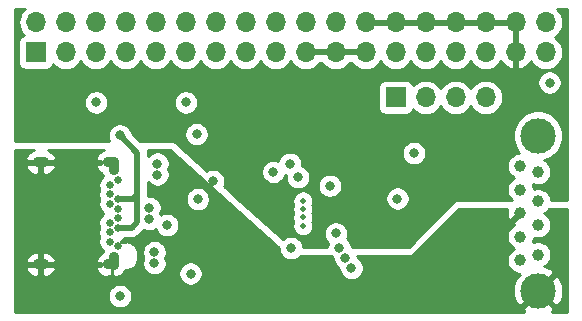
<source format=gbr>
G04 #@! TF.GenerationSoftware,KiCad,Pcbnew,5.1.2*
G04 #@! TF.CreationDate,2019-06-01T11:21:23+02:00*
G04 #@! TF.ProjectId,usb-c-breakout,7573622d-632d-4627-9265-616b6f75742e,rev?*
G04 #@! TF.SameCoordinates,Original*
G04 #@! TF.FileFunction,Copper,L3,Inr*
G04 #@! TF.FilePolarity,Positive*
%FSLAX46Y46*%
G04 Gerber Fmt 4.6, Leading zero omitted, Abs format (unit mm)*
G04 Created by KiCad (PCBNEW 5.1.2) date 2019-06-01 11:21:23*
%MOMM*%
%LPD*%
G04 APERTURE LIST*
%ADD10R,1.700000X1.700000*%
%ADD11O,1.700000X1.700000*%
%ADD12C,1.000000*%
%ADD13C,3.000000*%
%ADD14C,0.500000*%
%ADD15O,1.400000X0.900000*%
%ADD16C,0.650000*%
%ADD17O,0.900000X1.550000*%
%ADD18C,0.800000*%
%ADD19C,0.508000*%
%ADD20C,0.254000*%
G04 APERTURE END LIST*
D10*
X72390000Y-86360000D03*
D11*
X72390000Y-83820000D03*
X74930000Y-86360000D03*
X74930000Y-83820000D03*
X77470000Y-86360000D03*
X77470000Y-83820000D03*
X80010000Y-86360000D03*
X80010000Y-83820000D03*
X82550000Y-86360000D03*
X82550000Y-83820000D03*
X85090000Y-86360000D03*
X85090000Y-83820000D03*
X87630000Y-86360000D03*
X87630000Y-83820000D03*
X90170000Y-86360000D03*
X90170000Y-83820000D03*
X92710000Y-86360000D03*
X92710000Y-83820000D03*
X95250000Y-86360000D03*
X95250000Y-83820000D03*
X97790000Y-86360000D03*
X97790000Y-83820000D03*
X100330000Y-86360000D03*
X100330000Y-83820000D03*
X102870000Y-86360000D03*
X102870000Y-83820000D03*
X105410000Y-86360000D03*
X105410000Y-83820000D03*
X107950000Y-86360000D03*
X107950000Y-83820000D03*
X110490000Y-86360000D03*
X110490000Y-83820000D03*
X113030000Y-86360000D03*
X113030000Y-83820000D03*
X115570000Y-86360000D03*
X115570000Y-83820000D03*
D12*
X113410000Y-103990000D03*
X113410000Y-101990000D03*
X113410000Y-95990000D03*
X113410000Y-97990000D03*
X113410000Y-99990000D03*
X114910000Y-96490000D03*
X114910000Y-98990000D03*
X114910000Y-100990000D03*
X114910000Y-103490000D03*
D13*
X114910000Y-93420000D03*
X114910000Y-106560000D03*
D11*
X110490000Y-90170000D03*
X107950000Y-90170000D03*
X105410000Y-90170000D03*
D10*
X102870000Y-90170000D03*
D14*
X95000000Y-98950000D03*
X95000000Y-101050000D03*
X95000000Y-100350000D03*
X95000000Y-99650000D03*
D15*
X78750000Y-95670000D03*
X78750000Y-104330000D03*
X72800000Y-104330000D03*
X72800000Y-95670000D03*
D16*
X79350000Y-102800000D03*
X79350000Y-101200000D03*
X79350000Y-100400000D03*
X79350000Y-99600000D03*
X79350000Y-98800000D03*
X79350000Y-97200000D03*
X78650000Y-102400000D03*
X78650000Y-101600000D03*
X78650000Y-100800000D03*
X78650000Y-99200000D03*
X78650000Y-98400000D03*
X78650000Y-97600000D03*
D17*
X79000000Y-104000000D03*
X79000000Y-96000000D03*
D18*
X82677000Y-96713500D03*
X82677000Y-95786500D03*
X82423000Y-103286500D03*
X82423000Y-104213500D03*
X87122000Y-102997000D03*
X87376000Y-97282000D03*
X85100000Y-90600000D03*
X77500000Y-90600000D03*
X103000000Y-98750000D03*
X102500000Y-105250000D03*
X102500000Y-106750000D03*
X96500000Y-105250000D03*
X96500000Y-106750000D03*
X110000000Y-100200000D03*
X110000000Y-101800000D03*
X97282000Y-97663000D03*
X94573473Y-96926527D03*
X82000502Y-100463500D03*
X82000502Y-99536500D03*
X93899998Y-95800000D03*
X86100000Y-98799996D03*
X86000000Y-93303200D03*
X98600000Y-103800000D03*
X99114572Y-104629144D03*
X104400000Y-94900000D03*
X98100000Y-102900000D03*
X94000000Y-102950000D03*
X92500000Y-96500000D03*
X97800000Y-101700000D03*
X115888999Y-88938999D03*
X92693597Y-90600000D03*
X90200000Y-90600000D03*
X82600000Y-90600000D03*
X83500000Y-93500000D03*
X84250000Y-93500000D03*
X100250000Y-101250000D03*
X98000000Y-89200000D03*
X79500000Y-93400000D03*
X85500000Y-105100000D03*
X83500000Y-101000000D03*
X79500000Y-107000000D03*
D19*
X95250000Y-86360000D02*
X100330000Y-86360000D01*
X81000000Y-94900000D02*
X79500000Y-93400000D01*
X79350000Y-101200000D02*
X80500000Y-101200000D01*
X80500000Y-101200000D02*
X81000000Y-100700000D01*
X80600000Y-98800000D02*
X81000000Y-98400000D01*
X79350000Y-98800000D02*
X80600000Y-98800000D01*
X81000000Y-100700000D02*
X81000000Y-98400000D01*
X81000000Y-98400000D02*
X81000000Y-94900000D01*
D20*
G36*
X72084218Y-94674505D02*
G01*
X71898956Y-94784503D01*
X71738714Y-94928530D01*
X71609649Y-95101051D01*
X71516721Y-95295437D01*
X71505592Y-95375999D01*
X71632498Y-95543000D01*
X72673000Y-95543000D01*
X72673000Y-95523000D01*
X72927000Y-95523000D01*
X72927000Y-95543000D01*
X73967502Y-95543000D01*
X74094408Y-95375999D01*
X74083279Y-95295437D01*
X73990351Y-95101051D01*
X73861286Y-94928530D01*
X73701044Y-94784503D01*
X73515782Y-94674505D01*
X73403909Y-94635000D01*
X78146091Y-94635000D01*
X78034218Y-94674505D01*
X77848956Y-94784503D01*
X77688714Y-94928530D01*
X77559649Y-95101051D01*
X77466721Y-95295437D01*
X77455592Y-95375999D01*
X77582498Y-95543000D01*
X77916090Y-95543000D01*
X77915000Y-95548000D01*
X77915000Y-95797000D01*
X77582498Y-95797000D01*
X77455592Y-95964001D01*
X77466721Y-96044563D01*
X77559649Y-96238949D01*
X77688714Y-96411470D01*
X77848956Y-96555497D01*
X77950746Y-96615934D01*
X77960624Y-96661233D01*
X78043263Y-96850827D01*
X78038036Y-96854319D01*
X77904319Y-96988036D01*
X77799259Y-97145269D01*
X77726892Y-97319978D01*
X77690000Y-97505448D01*
X77690000Y-97694552D01*
X77726892Y-97880022D01*
X77776589Y-98000000D01*
X77726892Y-98119978D01*
X77690000Y-98305448D01*
X77690000Y-98494552D01*
X77726892Y-98680022D01*
X77776589Y-98800000D01*
X77726892Y-98919978D01*
X77690000Y-99105448D01*
X77690000Y-99294552D01*
X77726892Y-99480022D01*
X77799259Y-99654731D01*
X77904319Y-99811964D01*
X78038036Y-99945681D01*
X78119330Y-100000000D01*
X78038036Y-100054319D01*
X77904319Y-100188036D01*
X77799259Y-100345269D01*
X77726892Y-100519978D01*
X77690000Y-100705448D01*
X77690000Y-100894552D01*
X77726892Y-101080022D01*
X77776589Y-101200000D01*
X77726892Y-101319978D01*
X77690000Y-101505448D01*
X77690000Y-101694552D01*
X77726892Y-101880022D01*
X77776589Y-102000000D01*
X77726892Y-102119978D01*
X77690000Y-102305448D01*
X77690000Y-102494552D01*
X77726892Y-102680022D01*
X77799259Y-102854731D01*
X77904319Y-103011964D01*
X78038036Y-103145681D01*
X78043263Y-103149173D01*
X77960624Y-103338767D01*
X77950746Y-103384066D01*
X77848956Y-103444503D01*
X77688714Y-103588530D01*
X77559649Y-103761051D01*
X77466721Y-103955437D01*
X77455592Y-104035999D01*
X77582498Y-104203000D01*
X77915000Y-104203000D01*
X77915000Y-104452000D01*
X77916090Y-104457000D01*
X77582498Y-104457000D01*
X77455592Y-104624001D01*
X77466721Y-104704563D01*
X77559649Y-104898949D01*
X77688714Y-105071470D01*
X77848956Y-105215497D01*
X78034218Y-105325495D01*
X78237379Y-105397236D01*
X78450633Y-105427964D01*
X78564339Y-105319418D01*
X78705999Y-105369408D01*
X78873000Y-105242502D01*
X78873000Y-104183000D01*
X78877000Y-104183000D01*
X78877000Y-104203000D01*
X78897000Y-104203000D01*
X78897000Y-104457000D01*
X78877000Y-104457000D01*
X78877000Y-105263419D01*
X79049367Y-105427964D01*
X79262621Y-105397236D01*
X79465782Y-105325495D01*
X79651044Y-105215497D01*
X79811286Y-105071470D01*
X79940351Y-104898949D01*
X79981303Y-104813286D01*
X80000000Y-104815128D01*
X80207795Y-104794662D01*
X80407606Y-104734050D01*
X80591753Y-104635622D01*
X80753159Y-104503159D01*
X80885622Y-104341753D01*
X80984050Y-104157607D01*
X81044662Y-103957796D01*
X81060000Y-103802066D01*
X81060000Y-103397935D01*
X81044662Y-103242205D01*
X81027176Y-103184561D01*
X81388000Y-103184561D01*
X81388000Y-103388439D01*
X81427774Y-103588398D01*
X81494712Y-103750000D01*
X81427774Y-103911602D01*
X81388000Y-104111561D01*
X81388000Y-104315439D01*
X81427774Y-104515398D01*
X81505795Y-104703756D01*
X81619063Y-104873274D01*
X81763226Y-105017437D01*
X81932744Y-105130705D01*
X82121102Y-105208726D01*
X82321061Y-105248500D01*
X82524939Y-105248500D01*
X82724898Y-105208726D01*
X82913256Y-105130705D01*
X83082774Y-105017437D01*
X83102150Y-104998061D01*
X84465000Y-104998061D01*
X84465000Y-105201939D01*
X84504774Y-105401898D01*
X84582795Y-105590256D01*
X84696063Y-105759774D01*
X84840226Y-105903937D01*
X85009744Y-106017205D01*
X85198102Y-106095226D01*
X85398061Y-106135000D01*
X85601939Y-106135000D01*
X85801898Y-106095226D01*
X85990256Y-106017205D01*
X86159774Y-105903937D01*
X86303937Y-105759774D01*
X86417205Y-105590256D01*
X86495226Y-105401898D01*
X86535000Y-105201939D01*
X86535000Y-104998061D01*
X86495226Y-104798102D01*
X86417205Y-104609744D01*
X86303937Y-104440226D01*
X86159774Y-104296063D01*
X85990256Y-104182795D01*
X85801898Y-104104774D01*
X85601939Y-104065000D01*
X85398061Y-104065000D01*
X85198102Y-104104774D01*
X85009744Y-104182795D01*
X84840226Y-104296063D01*
X84696063Y-104440226D01*
X84582795Y-104609744D01*
X84504774Y-104798102D01*
X84465000Y-104998061D01*
X83102150Y-104998061D01*
X83226937Y-104873274D01*
X83340205Y-104703756D01*
X83418226Y-104515398D01*
X83458000Y-104315439D01*
X83458000Y-104111561D01*
X83418226Y-103911602D01*
X83351288Y-103750000D01*
X83418226Y-103588398D01*
X83458000Y-103388439D01*
X83458000Y-103184561D01*
X83418226Y-102984602D01*
X83340205Y-102796244D01*
X83226937Y-102626726D01*
X83082774Y-102482563D01*
X82913256Y-102369295D01*
X82724898Y-102291274D01*
X82524939Y-102251500D01*
X82321061Y-102251500D01*
X82121102Y-102291274D01*
X81932744Y-102369295D01*
X81763226Y-102482563D01*
X81619063Y-102626726D01*
X81505795Y-102796244D01*
X81427774Y-102984602D01*
X81388000Y-103184561D01*
X81027176Y-103184561D01*
X80984050Y-103042394D01*
X80885622Y-102858247D01*
X80753159Y-102696841D01*
X80591753Y-102564378D01*
X80407607Y-102465950D01*
X80228354Y-102411574D01*
X80203187Y-102349874D01*
X80198270Y-102340677D01*
X80002536Y-102327069D01*
X79938695Y-102390910D01*
X79792205Y-102405338D01*
X79610000Y-102460609D01*
X79610000Y-102360395D01*
X79822931Y-102147464D01*
X79818866Y-102089000D01*
X80456340Y-102089000D01*
X80500000Y-102093300D01*
X80543660Y-102089000D01*
X80543667Y-102089000D01*
X80674274Y-102076136D01*
X80841851Y-102025303D01*
X80996291Y-101942753D01*
X81131659Y-101831659D01*
X81159499Y-101797736D01*
X81557116Y-101400119D01*
X81698604Y-101458726D01*
X81898563Y-101498500D01*
X82102441Y-101498500D01*
X82302400Y-101458726D01*
X82490758Y-101380705D01*
X82527303Y-101356287D01*
X82582795Y-101490256D01*
X82696063Y-101659774D01*
X82840226Y-101803937D01*
X83009744Y-101917205D01*
X83198102Y-101995226D01*
X83398061Y-102035000D01*
X83601939Y-102035000D01*
X83801898Y-101995226D01*
X83990256Y-101917205D01*
X84159774Y-101803937D01*
X84303937Y-101659774D01*
X84417205Y-101490256D01*
X84495226Y-101301898D01*
X84535000Y-101101939D01*
X84535000Y-100898061D01*
X84495226Y-100698102D01*
X84417205Y-100509744D01*
X84303937Y-100340226D01*
X84159774Y-100196063D01*
X83990256Y-100082795D01*
X83801898Y-100004774D01*
X83601939Y-99965000D01*
X83398061Y-99965000D01*
X83198102Y-100004774D01*
X83009744Y-100082795D01*
X82973199Y-100107213D01*
X82928790Y-100000000D01*
X82995728Y-99838398D01*
X83035502Y-99638439D01*
X83035502Y-99434561D01*
X82995728Y-99234602D01*
X82917707Y-99046244D01*
X82804439Y-98876726D01*
X82660276Y-98732563D01*
X82608634Y-98698057D01*
X85065000Y-98698057D01*
X85065000Y-98901935D01*
X85104774Y-99101894D01*
X85182795Y-99290252D01*
X85296063Y-99459770D01*
X85440226Y-99603933D01*
X85609744Y-99717201D01*
X85798102Y-99795222D01*
X85998061Y-99834996D01*
X86201939Y-99834996D01*
X86401898Y-99795222D01*
X86590256Y-99717201D01*
X86759774Y-99603933D01*
X86903937Y-99459770D01*
X87017205Y-99290252D01*
X87095226Y-99101894D01*
X87135000Y-98901935D01*
X87135000Y-98698057D01*
X87095226Y-98498098D01*
X87017205Y-98309740D01*
X86903937Y-98140222D01*
X86759774Y-97996059D01*
X86590256Y-97882791D01*
X86401898Y-97804770D01*
X86201939Y-97764996D01*
X85998061Y-97764996D01*
X85798102Y-97804770D01*
X85609744Y-97882791D01*
X85440226Y-97996059D01*
X85296063Y-98140222D01*
X85182795Y-98309740D01*
X85104774Y-98498098D01*
X85065000Y-98698057D01*
X82608634Y-98698057D01*
X82490758Y-98619295D01*
X82302400Y-98541274D01*
X82102441Y-98501500D01*
X81898563Y-98501500D01*
X81889000Y-98503402D01*
X81889000Y-98443661D01*
X81893300Y-98400001D01*
X81889000Y-98356341D01*
X81889000Y-97389211D01*
X82017226Y-97517437D01*
X82186744Y-97630705D01*
X82375102Y-97708726D01*
X82575061Y-97748500D01*
X82778939Y-97748500D01*
X82978898Y-97708726D01*
X83167256Y-97630705D01*
X83336774Y-97517437D01*
X83480937Y-97373274D01*
X83594205Y-97203756D01*
X83672226Y-97015398D01*
X83712000Y-96815439D01*
X83712000Y-96611561D01*
X83672226Y-96411602D01*
X83605288Y-96250000D01*
X83672226Y-96088398D01*
X83712000Y-95888439D01*
X83712000Y-95684561D01*
X83672226Y-95484602D01*
X83594205Y-95296244D01*
X83480937Y-95126726D01*
X83336774Y-94982563D01*
X83167256Y-94869295D01*
X82978898Y-94791274D01*
X82778939Y-94751500D01*
X82575061Y-94751500D01*
X82375102Y-94791274D01*
X82186744Y-94869295D01*
X82017226Y-94982563D01*
X81889000Y-95110789D01*
X81889000Y-94943659D01*
X81893300Y-94899999D01*
X81889000Y-94856339D01*
X81889000Y-94856333D01*
X81876136Y-94725726D01*
X81876136Y-94725724D01*
X81848615Y-94635000D01*
X83756327Y-94635000D01*
X92965000Y-102922806D01*
X92965000Y-103051939D01*
X93004774Y-103251898D01*
X93082795Y-103440256D01*
X93196063Y-103609774D01*
X93340226Y-103753937D01*
X93509744Y-103867205D01*
X93698102Y-103945226D01*
X93898061Y-103985000D01*
X94101939Y-103985000D01*
X94301898Y-103945226D01*
X94490256Y-103867205D01*
X94659774Y-103753937D01*
X94778711Y-103635000D01*
X97371289Y-103635000D01*
X97440226Y-103703937D01*
X97565000Y-103787308D01*
X97565000Y-103901939D01*
X97604774Y-104101898D01*
X97682795Y-104290256D01*
X97796063Y-104459774D01*
X97940226Y-104603937D01*
X98079572Y-104697045D01*
X98079572Y-104731083D01*
X98119346Y-104931042D01*
X98197367Y-105119400D01*
X98310635Y-105288918D01*
X98454798Y-105433081D01*
X98624316Y-105546349D01*
X98812674Y-105624370D01*
X99012633Y-105664144D01*
X99216511Y-105664144D01*
X99416470Y-105624370D01*
X99604828Y-105546349D01*
X99774346Y-105433081D01*
X99918509Y-105288918D01*
X100031777Y-105119400D01*
X100109798Y-104931042D01*
X100149572Y-104731083D01*
X100149572Y-104527205D01*
X100109798Y-104327246D01*
X100031777Y-104138888D01*
X99918509Y-103969370D01*
X99774346Y-103825207D01*
X99635000Y-103732099D01*
X99635000Y-103698061D01*
X99622456Y-103635000D01*
X104000000Y-103635000D01*
X104123882Y-103622799D01*
X104243004Y-103586664D01*
X104352787Y-103527983D01*
X104449013Y-103449013D01*
X108263026Y-99635000D01*
X112326599Y-99635000D01*
X112278269Y-99848905D01*
X112272489Y-100072406D01*
X112310423Y-100292740D01*
X112390613Y-100501440D01*
X112418412Y-100553450D01*
X112631834Y-100588561D01*
X113230395Y-99990000D01*
X113216253Y-99975858D01*
X113395858Y-99796253D01*
X113410000Y-99810395D01*
X113424143Y-99796253D01*
X113603748Y-99975858D01*
X113589605Y-99990000D01*
X113603748Y-100004143D01*
X113424143Y-100183748D01*
X113410000Y-100169605D01*
X112811439Y-100768166D01*
X112846550Y-100981588D01*
X112864379Y-100989519D01*
X112686480Y-101108388D01*
X112528388Y-101266480D01*
X112404176Y-101452376D01*
X112318617Y-101658933D01*
X112275000Y-101878212D01*
X112275000Y-102101788D01*
X112318617Y-102321067D01*
X112404176Y-102527624D01*
X112528388Y-102713520D01*
X112686480Y-102871612D01*
X112863660Y-102990000D01*
X112686480Y-103108388D01*
X112528388Y-103266480D01*
X112404176Y-103452376D01*
X112318617Y-103658933D01*
X112275000Y-103878212D01*
X112275000Y-104101788D01*
X112318617Y-104321067D01*
X112404176Y-104527624D01*
X112528388Y-104713520D01*
X112686480Y-104871612D01*
X112872376Y-104995824D01*
X113078933Y-105081383D01*
X113298212Y-105125000D01*
X113311914Y-105125000D01*
X113303653Y-105133261D01*
X113418345Y-105247953D01*
X113102786Y-105403962D01*
X112911980Y-105778745D01*
X112797956Y-106183551D01*
X112765098Y-106602824D01*
X112814666Y-107020451D01*
X112944757Y-107420383D01*
X113102786Y-107716038D01*
X113418347Y-107872048D01*
X114730395Y-106560000D01*
X115089605Y-106560000D01*
X116401653Y-107872048D01*
X116717214Y-107716038D01*
X116908020Y-107341255D01*
X117022044Y-106936449D01*
X117054902Y-106517176D01*
X117005334Y-106099549D01*
X116875243Y-105699617D01*
X116717214Y-105403962D01*
X116401653Y-105247952D01*
X115089605Y-106560000D01*
X114730395Y-106560000D01*
X114716253Y-106545858D01*
X114895858Y-106366253D01*
X114910000Y-106380395D01*
X116222048Y-105068347D01*
X116066038Y-104752786D01*
X115691255Y-104561980D01*
X115450223Y-104494087D01*
X115633520Y-104371612D01*
X115791612Y-104213520D01*
X115915824Y-104027624D01*
X116001383Y-103821067D01*
X116045000Y-103601788D01*
X116045000Y-103378212D01*
X116001383Y-103158933D01*
X115915824Y-102952376D01*
X115791612Y-102766480D01*
X115633520Y-102608388D01*
X115447624Y-102484176D01*
X115241067Y-102398617D01*
X115021788Y-102355000D01*
X114798212Y-102355000D01*
X114578933Y-102398617D01*
X114446547Y-102453453D01*
X114501383Y-102321067D01*
X114545000Y-102101788D01*
X114545000Y-102067327D01*
X114578933Y-102081383D01*
X114798212Y-102125000D01*
X115021788Y-102125000D01*
X115241067Y-102081383D01*
X115447624Y-101995824D01*
X115633520Y-101871612D01*
X115791612Y-101713520D01*
X115915824Y-101527624D01*
X116001383Y-101321067D01*
X116045000Y-101101788D01*
X116045000Y-100878212D01*
X116001383Y-100658933D01*
X115915824Y-100452376D01*
X115791612Y-100266480D01*
X115633520Y-100108388D01*
X115456340Y-99990000D01*
X115633520Y-99871612D01*
X115791612Y-99713520D01*
X115844077Y-99635000D01*
X117340000Y-99635000D01*
X117340000Y-108340000D01*
X116079492Y-108340000D01*
X116222048Y-108051653D01*
X114910000Y-106739605D01*
X113597952Y-108051653D01*
X113740508Y-108340000D01*
X70660000Y-108340000D01*
X70660000Y-106898061D01*
X78465000Y-106898061D01*
X78465000Y-107101939D01*
X78504774Y-107301898D01*
X78582795Y-107490256D01*
X78696063Y-107659774D01*
X78840226Y-107803937D01*
X79009744Y-107917205D01*
X79198102Y-107995226D01*
X79398061Y-108035000D01*
X79601939Y-108035000D01*
X79801898Y-107995226D01*
X79990256Y-107917205D01*
X80159774Y-107803937D01*
X80303937Y-107659774D01*
X80417205Y-107490256D01*
X80495226Y-107301898D01*
X80535000Y-107101939D01*
X80535000Y-106898061D01*
X80495226Y-106698102D01*
X80417205Y-106509744D01*
X80303937Y-106340226D01*
X80159774Y-106196063D01*
X79990256Y-106082795D01*
X79801898Y-106004774D01*
X79601939Y-105965000D01*
X79398061Y-105965000D01*
X79198102Y-106004774D01*
X79009744Y-106082795D01*
X78840226Y-106196063D01*
X78696063Y-106340226D01*
X78582795Y-106509744D01*
X78504774Y-106698102D01*
X78465000Y-106898061D01*
X70660000Y-106898061D01*
X70660000Y-104624001D01*
X71505592Y-104624001D01*
X71516721Y-104704563D01*
X71609649Y-104898949D01*
X71738714Y-105071470D01*
X71898956Y-105215497D01*
X72084218Y-105325495D01*
X72287379Y-105397236D01*
X72500633Y-105427964D01*
X72673000Y-105263419D01*
X72673000Y-104457000D01*
X72927000Y-104457000D01*
X72927000Y-105263419D01*
X73099367Y-105427964D01*
X73312621Y-105397236D01*
X73515782Y-105325495D01*
X73701044Y-105215497D01*
X73861286Y-105071470D01*
X73990351Y-104898949D01*
X74083279Y-104704563D01*
X74094408Y-104624001D01*
X73967502Y-104457000D01*
X72927000Y-104457000D01*
X72673000Y-104457000D01*
X71632498Y-104457000D01*
X71505592Y-104624001D01*
X70660000Y-104624001D01*
X70660000Y-104035999D01*
X71505592Y-104035999D01*
X71632498Y-104203000D01*
X72673000Y-104203000D01*
X72673000Y-103396581D01*
X72927000Y-103396581D01*
X72927000Y-104203000D01*
X73967502Y-104203000D01*
X74094408Y-104035999D01*
X74083279Y-103955437D01*
X73990351Y-103761051D01*
X73861286Y-103588530D01*
X73701044Y-103444503D01*
X73515782Y-103334505D01*
X73312621Y-103262764D01*
X73099367Y-103232036D01*
X72927000Y-103396581D01*
X72673000Y-103396581D01*
X72500633Y-103232036D01*
X72287379Y-103262764D01*
X72084218Y-103334505D01*
X71898956Y-103444503D01*
X71738714Y-103588530D01*
X71609649Y-103761051D01*
X71516721Y-103955437D01*
X71505592Y-104035999D01*
X70660000Y-104035999D01*
X70660000Y-95964001D01*
X71505592Y-95964001D01*
X71516721Y-96044563D01*
X71609649Y-96238949D01*
X71738714Y-96411470D01*
X71898956Y-96555497D01*
X72084218Y-96665495D01*
X72287379Y-96737236D01*
X72500633Y-96767964D01*
X72673000Y-96603419D01*
X72673000Y-95797000D01*
X72927000Y-95797000D01*
X72927000Y-96603419D01*
X73099367Y-96767964D01*
X73312621Y-96737236D01*
X73515782Y-96665495D01*
X73701044Y-96555497D01*
X73861286Y-96411470D01*
X73990351Y-96238949D01*
X74083279Y-96044563D01*
X74094408Y-95964001D01*
X73967502Y-95797000D01*
X72927000Y-95797000D01*
X72673000Y-95797000D01*
X71632498Y-95797000D01*
X71505592Y-95964001D01*
X70660000Y-95964001D01*
X70660000Y-94635000D01*
X72196091Y-94635000D01*
X72084218Y-94674505D01*
X72084218Y-94674505D01*
G37*
X72084218Y-94674505D02*
X71898956Y-94784503D01*
X71738714Y-94928530D01*
X71609649Y-95101051D01*
X71516721Y-95295437D01*
X71505592Y-95375999D01*
X71632498Y-95543000D01*
X72673000Y-95543000D01*
X72673000Y-95523000D01*
X72927000Y-95523000D01*
X72927000Y-95543000D01*
X73967502Y-95543000D01*
X74094408Y-95375999D01*
X74083279Y-95295437D01*
X73990351Y-95101051D01*
X73861286Y-94928530D01*
X73701044Y-94784503D01*
X73515782Y-94674505D01*
X73403909Y-94635000D01*
X78146091Y-94635000D01*
X78034218Y-94674505D01*
X77848956Y-94784503D01*
X77688714Y-94928530D01*
X77559649Y-95101051D01*
X77466721Y-95295437D01*
X77455592Y-95375999D01*
X77582498Y-95543000D01*
X77916090Y-95543000D01*
X77915000Y-95548000D01*
X77915000Y-95797000D01*
X77582498Y-95797000D01*
X77455592Y-95964001D01*
X77466721Y-96044563D01*
X77559649Y-96238949D01*
X77688714Y-96411470D01*
X77848956Y-96555497D01*
X77950746Y-96615934D01*
X77960624Y-96661233D01*
X78043263Y-96850827D01*
X78038036Y-96854319D01*
X77904319Y-96988036D01*
X77799259Y-97145269D01*
X77726892Y-97319978D01*
X77690000Y-97505448D01*
X77690000Y-97694552D01*
X77726892Y-97880022D01*
X77776589Y-98000000D01*
X77726892Y-98119978D01*
X77690000Y-98305448D01*
X77690000Y-98494552D01*
X77726892Y-98680022D01*
X77776589Y-98800000D01*
X77726892Y-98919978D01*
X77690000Y-99105448D01*
X77690000Y-99294552D01*
X77726892Y-99480022D01*
X77799259Y-99654731D01*
X77904319Y-99811964D01*
X78038036Y-99945681D01*
X78119330Y-100000000D01*
X78038036Y-100054319D01*
X77904319Y-100188036D01*
X77799259Y-100345269D01*
X77726892Y-100519978D01*
X77690000Y-100705448D01*
X77690000Y-100894552D01*
X77726892Y-101080022D01*
X77776589Y-101200000D01*
X77726892Y-101319978D01*
X77690000Y-101505448D01*
X77690000Y-101694552D01*
X77726892Y-101880022D01*
X77776589Y-102000000D01*
X77726892Y-102119978D01*
X77690000Y-102305448D01*
X77690000Y-102494552D01*
X77726892Y-102680022D01*
X77799259Y-102854731D01*
X77904319Y-103011964D01*
X78038036Y-103145681D01*
X78043263Y-103149173D01*
X77960624Y-103338767D01*
X77950746Y-103384066D01*
X77848956Y-103444503D01*
X77688714Y-103588530D01*
X77559649Y-103761051D01*
X77466721Y-103955437D01*
X77455592Y-104035999D01*
X77582498Y-104203000D01*
X77915000Y-104203000D01*
X77915000Y-104452000D01*
X77916090Y-104457000D01*
X77582498Y-104457000D01*
X77455592Y-104624001D01*
X77466721Y-104704563D01*
X77559649Y-104898949D01*
X77688714Y-105071470D01*
X77848956Y-105215497D01*
X78034218Y-105325495D01*
X78237379Y-105397236D01*
X78450633Y-105427964D01*
X78564339Y-105319418D01*
X78705999Y-105369408D01*
X78873000Y-105242502D01*
X78873000Y-104183000D01*
X78877000Y-104183000D01*
X78877000Y-104203000D01*
X78897000Y-104203000D01*
X78897000Y-104457000D01*
X78877000Y-104457000D01*
X78877000Y-105263419D01*
X79049367Y-105427964D01*
X79262621Y-105397236D01*
X79465782Y-105325495D01*
X79651044Y-105215497D01*
X79811286Y-105071470D01*
X79940351Y-104898949D01*
X79981303Y-104813286D01*
X80000000Y-104815128D01*
X80207795Y-104794662D01*
X80407606Y-104734050D01*
X80591753Y-104635622D01*
X80753159Y-104503159D01*
X80885622Y-104341753D01*
X80984050Y-104157607D01*
X81044662Y-103957796D01*
X81060000Y-103802066D01*
X81060000Y-103397935D01*
X81044662Y-103242205D01*
X81027176Y-103184561D01*
X81388000Y-103184561D01*
X81388000Y-103388439D01*
X81427774Y-103588398D01*
X81494712Y-103750000D01*
X81427774Y-103911602D01*
X81388000Y-104111561D01*
X81388000Y-104315439D01*
X81427774Y-104515398D01*
X81505795Y-104703756D01*
X81619063Y-104873274D01*
X81763226Y-105017437D01*
X81932744Y-105130705D01*
X82121102Y-105208726D01*
X82321061Y-105248500D01*
X82524939Y-105248500D01*
X82724898Y-105208726D01*
X82913256Y-105130705D01*
X83082774Y-105017437D01*
X83102150Y-104998061D01*
X84465000Y-104998061D01*
X84465000Y-105201939D01*
X84504774Y-105401898D01*
X84582795Y-105590256D01*
X84696063Y-105759774D01*
X84840226Y-105903937D01*
X85009744Y-106017205D01*
X85198102Y-106095226D01*
X85398061Y-106135000D01*
X85601939Y-106135000D01*
X85801898Y-106095226D01*
X85990256Y-106017205D01*
X86159774Y-105903937D01*
X86303937Y-105759774D01*
X86417205Y-105590256D01*
X86495226Y-105401898D01*
X86535000Y-105201939D01*
X86535000Y-104998061D01*
X86495226Y-104798102D01*
X86417205Y-104609744D01*
X86303937Y-104440226D01*
X86159774Y-104296063D01*
X85990256Y-104182795D01*
X85801898Y-104104774D01*
X85601939Y-104065000D01*
X85398061Y-104065000D01*
X85198102Y-104104774D01*
X85009744Y-104182795D01*
X84840226Y-104296063D01*
X84696063Y-104440226D01*
X84582795Y-104609744D01*
X84504774Y-104798102D01*
X84465000Y-104998061D01*
X83102150Y-104998061D01*
X83226937Y-104873274D01*
X83340205Y-104703756D01*
X83418226Y-104515398D01*
X83458000Y-104315439D01*
X83458000Y-104111561D01*
X83418226Y-103911602D01*
X83351288Y-103750000D01*
X83418226Y-103588398D01*
X83458000Y-103388439D01*
X83458000Y-103184561D01*
X83418226Y-102984602D01*
X83340205Y-102796244D01*
X83226937Y-102626726D01*
X83082774Y-102482563D01*
X82913256Y-102369295D01*
X82724898Y-102291274D01*
X82524939Y-102251500D01*
X82321061Y-102251500D01*
X82121102Y-102291274D01*
X81932744Y-102369295D01*
X81763226Y-102482563D01*
X81619063Y-102626726D01*
X81505795Y-102796244D01*
X81427774Y-102984602D01*
X81388000Y-103184561D01*
X81027176Y-103184561D01*
X80984050Y-103042394D01*
X80885622Y-102858247D01*
X80753159Y-102696841D01*
X80591753Y-102564378D01*
X80407607Y-102465950D01*
X80228354Y-102411574D01*
X80203187Y-102349874D01*
X80198270Y-102340677D01*
X80002536Y-102327069D01*
X79938695Y-102390910D01*
X79792205Y-102405338D01*
X79610000Y-102460609D01*
X79610000Y-102360395D01*
X79822931Y-102147464D01*
X79818866Y-102089000D01*
X80456340Y-102089000D01*
X80500000Y-102093300D01*
X80543660Y-102089000D01*
X80543667Y-102089000D01*
X80674274Y-102076136D01*
X80841851Y-102025303D01*
X80996291Y-101942753D01*
X81131659Y-101831659D01*
X81159499Y-101797736D01*
X81557116Y-101400119D01*
X81698604Y-101458726D01*
X81898563Y-101498500D01*
X82102441Y-101498500D01*
X82302400Y-101458726D01*
X82490758Y-101380705D01*
X82527303Y-101356287D01*
X82582795Y-101490256D01*
X82696063Y-101659774D01*
X82840226Y-101803937D01*
X83009744Y-101917205D01*
X83198102Y-101995226D01*
X83398061Y-102035000D01*
X83601939Y-102035000D01*
X83801898Y-101995226D01*
X83990256Y-101917205D01*
X84159774Y-101803937D01*
X84303937Y-101659774D01*
X84417205Y-101490256D01*
X84495226Y-101301898D01*
X84535000Y-101101939D01*
X84535000Y-100898061D01*
X84495226Y-100698102D01*
X84417205Y-100509744D01*
X84303937Y-100340226D01*
X84159774Y-100196063D01*
X83990256Y-100082795D01*
X83801898Y-100004774D01*
X83601939Y-99965000D01*
X83398061Y-99965000D01*
X83198102Y-100004774D01*
X83009744Y-100082795D01*
X82973199Y-100107213D01*
X82928790Y-100000000D01*
X82995728Y-99838398D01*
X83035502Y-99638439D01*
X83035502Y-99434561D01*
X82995728Y-99234602D01*
X82917707Y-99046244D01*
X82804439Y-98876726D01*
X82660276Y-98732563D01*
X82608634Y-98698057D01*
X85065000Y-98698057D01*
X85065000Y-98901935D01*
X85104774Y-99101894D01*
X85182795Y-99290252D01*
X85296063Y-99459770D01*
X85440226Y-99603933D01*
X85609744Y-99717201D01*
X85798102Y-99795222D01*
X85998061Y-99834996D01*
X86201939Y-99834996D01*
X86401898Y-99795222D01*
X86590256Y-99717201D01*
X86759774Y-99603933D01*
X86903937Y-99459770D01*
X87017205Y-99290252D01*
X87095226Y-99101894D01*
X87135000Y-98901935D01*
X87135000Y-98698057D01*
X87095226Y-98498098D01*
X87017205Y-98309740D01*
X86903937Y-98140222D01*
X86759774Y-97996059D01*
X86590256Y-97882791D01*
X86401898Y-97804770D01*
X86201939Y-97764996D01*
X85998061Y-97764996D01*
X85798102Y-97804770D01*
X85609744Y-97882791D01*
X85440226Y-97996059D01*
X85296063Y-98140222D01*
X85182795Y-98309740D01*
X85104774Y-98498098D01*
X85065000Y-98698057D01*
X82608634Y-98698057D01*
X82490758Y-98619295D01*
X82302400Y-98541274D01*
X82102441Y-98501500D01*
X81898563Y-98501500D01*
X81889000Y-98503402D01*
X81889000Y-98443661D01*
X81893300Y-98400001D01*
X81889000Y-98356341D01*
X81889000Y-97389211D01*
X82017226Y-97517437D01*
X82186744Y-97630705D01*
X82375102Y-97708726D01*
X82575061Y-97748500D01*
X82778939Y-97748500D01*
X82978898Y-97708726D01*
X83167256Y-97630705D01*
X83336774Y-97517437D01*
X83480937Y-97373274D01*
X83594205Y-97203756D01*
X83672226Y-97015398D01*
X83712000Y-96815439D01*
X83712000Y-96611561D01*
X83672226Y-96411602D01*
X83605288Y-96250000D01*
X83672226Y-96088398D01*
X83712000Y-95888439D01*
X83712000Y-95684561D01*
X83672226Y-95484602D01*
X83594205Y-95296244D01*
X83480937Y-95126726D01*
X83336774Y-94982563D01*
X83167256Y-94869295D01*
X82978898Y-94791274D01*
X82778939Y-94751500D01*
X82575061Y-94751500D01*
X82375102Y-94791274D01*
X82186744Y-94869295D01*
X82017226Y-94982563D01*
X81889000Y-95110789D01*
X81889000Y-94943659D01*
X81893300Y-94899999D01*
X81889000Y-94856339D01*
X81889000Y-94856333D01*
X81876136Y-94725726D01*
X81876136Y-94725724D01*
X81848615Y-94635000D01*
X83756327Y-94635000D01*
X92965000Y-102922806D01*
X92965000Y-103051939D01*
X93004774Y-103251898D01*
X93082795Y-103440256D01*
X93196063Y-103609774D01*
X93340226Y-103753937D01*
X93509744Y-103867205D01*
X93698102Y-103945226D01*
X93898061Y-103985000D01*
X94101939Y-103985000D01*
X94301898Y-103945226D01*
X94490256Y-103867205D01*
X94659774Y-103753937D01*
X94778711Y-103635000D01*
X97371289Y-103635000D01*
X97440226Y-103703937D01*
X97565000Y-103787308D01*
X97565000Y-103901939D01*
X97604774Y-104101898D01*
X97682795Y-104290256D01*
X97796063Y-104459774D01*
X97940226Y-104603937D01*
X98079572Y-104697045D01*
X98079572Y-104731083D01*
X98119346Y-104931042D01*
X98197367Y-105119400D01*
X98310635Y-105288918D01*
X98454798Y-105433081D01*
X98624316Y-105546349D01*
X98812674Y-105624370D01*
X99012633Y-105664144D01*
X99216511Y-105664144D01*
X99416470Y-105624370D01*
X99604828Y-105546349D01*
X99774346Y-105433081D01*
X99918509Y-105288918D01*
X100031777Y-105119400D01*
X100109798Y-104931042D01*
X100149572Y-104731083D01*
X100149572Y-104527205D01*
X100109798Y-104327246D01*
X100031777Y-104138888D01*
X99918509Y-103969370D01*
X99774346Y-103825207D01*
X99635000Y-103732099D01*
X99635000Y-103698061D01*
X99622456Y-103635000D01*
X104000000Y-103635000D01*
X104123882Y-103622799D01*
X104243004Y-103586664D01*
X104352787Y-103527983D01*
X104449013Y-103449013D01*
X108263026Y-99635000D01*
X112326599Y-99635000D01*
X112278269Y-99848905D01*
X112272489Y-100072406D01*
X112310423Y-100292740D01*
X112390613Y-100501440D01*
X112418412Y-100553450D01*
X112631834Y-100588561D01*
X113230395Y-99990000D01*
X113216253Y-99975858D01*
X113395858Y-99796253D01*
X113410000Y-99810395D01*
X113424143Y-99796253D01*
X113603748Y-99975858D01*
X113589605Y-99990000D01*
X113603748Y-100004143D01*
X113424143Y-100183748D01*
X113410000Y-100169605D01*
X112811439Y-100768166D01*
X112846550Y-100981588D01*
X112864379Y-100989519D01*
X112686480Y-101108388D01*
X112528388Y-101266480D01*
X112404176Y-101452376D01*
X112318617Y-101658933D01*
X112275000Y-101878212D01*
X112275000Y-102101788D01*
X112318617Y-102321067D01*
X112404176Y-102527624D01*
X112528388Y-102713520D01*
X112686480Y-102871612D01*
X112863660Y-102990000D01*
X112686480Y-103108388D01*
X112528388Y-103266480D01*
X112404176Y-103452376D01*
X112318617Y-103658933D01*
X112275000Y-103878212D01*
X112275000Y-104101788D01*
X112318617Y-104321067D01*
X112404176Y-104527624D01*
X112528388Y-104713520D01*
X112686480Y-104871612D01*
X112872376Y-104995824D01*
X113078933Y-105081383D01*
X113298212Y-105125000D01*
X113311914Y-105125000D01*
X113303653Y-105133261D01*
X113418345Y-105247953D01*
X113102786Y-105403962D01*
X112911980Y-105778745D01*
X112797956Y-106183551D01*
X112765098Y-106602824D01*
X112814666Y-107020451D01*
X112944757Y-107420383D01*
X113102786Y-107716038D01*
X113418347Y-107872048D01*
X114730395Y-106560000D01*
X115089605Y-106560000D01*
X116401653Y-107872048D01*
X116717214Y-107716038D01*
X116908020Y-107341255D01*
X117022044Y-106936449D01*
X117054902Y-106517176D01*
X117005334Y-106099549D01*
X116875243Y-105699617D01*
X116717214Y-105403962D01*
X116401653Y-105247952D01*
X115089605Y-106560000D01*
X114730395Y-106560000D01*
X114716253Y-106545858D01*
X114895858Y-106366253D01*
X114910000Y-106380395D01*
X116222048Y-105068347D01*
X116066038Y-104752786D01*
X115691255Y-104561980D01*
X115450223Y-104494087D01*
X115633520Y-104371612D01*
X115791612Y-104213520D01*
X115915824Y-104027624D01*
X116001383Y-103821067D01*
X116045000Y-103601788D01*
X116045000Y-103378212D01*
X116001383Y-103158933D01*
X115915824Y-102952376D01*
X115791612Y-102766480D01*
X115633520Y-102608388D01*
X115447624Y-102484176D01*
X115241067Y-102398617D01*
X115021788Y-102355000D01*
X114798212Y-102355000D01*
X114578933Y-102398617D01*
X114446547Y-102453453D01*
X114501383Y-102321067D01*
X114545000Y-102101788D01*
X114545000Y-102067327D01*
X114578933Y-102081383D01*
X114798212Y-102125000D01*
X115021788Y-102125000D01*
X115241067Y-102081383D01*
X115447624Y-101995824D01*
X115633520Y-101871612D01*
X115791612Y-101713520D01*
X115915824Y-101527624D01*
X116001383Y-101321067D01*
X116045000Y-101101788D01*
X116045000Y-100878212D01*
X116001383Y-100658933D01*
X115915824Y-100452376D01*
X115791612Y-100266480D01*
X115633520Y-100108388D01*
X115456340Y-99990000D01*
X115633520Y-99871612D01*
X115791612Y-99713520D01*
X115844077Y-99635000D01*
X117340000Y-99635000D01*
X117340000Y-108340000D01*
X116079492Y-108340000D01*
X116222048Y-108051653D01*
X114910000Y-106739605D01*
X113597952Y-108051653D01*
X113740508Y-108340000D01*
X70660000Y-108340000D01*
X70660000Y-106898061D01*
X78465000Y-106898061D01*
X78465000Y-107101939D01*
X78504774Y-107301898D01*
X78582795Y-107490256D01*
X78696063Y-107659774D01*
X78840226Y-107803937D01*
X79009744Y-107917205D01*
X79198102Y-107995226D01*
X79398061Y-108035000D01*
X79601939Y-108035000D01*
X79801898Y-107995226D01*
X79990256Y-107917205D01*
X80159774Y-107803937D01*
X80303937Y-107659774D01*
X80417205Y-107490256D01*
X80495226Y-107301898D01*
X80535000Y-107101939D01*
X80535000Y-106898061D01*
X80495226Y-106698102D01*
X80417205Y-106509744D01*
X80303937Y-106340226D01*
X80159774Y-106196063D01*
X79990256Y-106082795D01*
X79801898Y-106004774D01*
X79601939Y-105965000D01*
X79398061Y-105965000D01*
X79198102Y-106004774D01*
X79009744Y-106082795D01*
X78840226Y-106196063D01*
X78696063Y-106340226D01*
X78582795Y-106509744D01*
X78504774Y-106698102D01*
X78465000Y-106898061D01*
X70660000Y-106898061D01*
X70660000Y-104624001D01*
X71505592Y-104624001D01*
X71516721Y-104704563D01*
X71609649Y-104898949D01*
X71738714Y-105071470D01*
X71898956Y-105215497D01*
X72084218Y-105325495D01*
X72287379Y-105397236D01*
X72500633Y-105427964D01*
X72673000Y-105263419D01*
X72673000Y-104457000D01*
X72927000Y-104457000D01*
X72927000Y-105263419D01*
X73099367Y-105427964D01*
X73312621Y-105397236D01*
X73515782Y-105325495D01*
X73701044Y-105215497D01*
X73861286Y-105071470D01*
X73990351Y-104898949D01*
X74083279Y-104704563D01*
X74094408Y-104624001D01*
X73967502Y-104457000D01*
X72927000Y-104457000D01*
X72673000Y-104457000D01*
X71632498Y-104457000D01*
X71505592Y-104624001D01*
X70660000Y-104624001D01*
X70660000Y-104035999D01*
X71505592Y-104035999D01*
X71632498Y-104203000D01*
X72673000Y-104203000D01*
X72673000Y-103396581D01*
X72927000Y-103396581D01*
X72927000Y-104203000D01*
X73967502Y-104203000D01*
X74094408Y-104035999D01*
X74083279Y-103955437D01*
X73990351Y-103761051D01*
X73861286Y-103588530D01*
X73701044Y-103444503D01*
X73515782Y-103334505D01*
X73312621Y-103262764D01*
X73099367Y-103232036D01*
X72927000Y-103396581D01*
X72673000Y-103396581D01*
X72500633Y-103232036D01*
X72287379Y-103262764D01*
X72084218Y-103334505D01*
X71898956Y-103444503D01*
X71738714Y-103588530D01*
X71609649Y-103761051D01*
X71516721Y-103955437D01*
X71505592Y-104035999D01*
X70660000Y-104035999D01*
X70660000Y-95964001D01*
X71505592Y-95964001D01*
X71516721Y-96044563D01*
X71609649Y-96238949D01*
X71738714Y-96411470D01*
X71898956Y-96555497D01*
X72084218Y-96665495D01*
X72287379Y-96737236D01*
X72500633Y-96767964D01*
X72673000Y-96603419D01*
X72673000Y-95797000D01*
X72927000Y-95797000D01*
X72927000Y-96603419D01*
X73099367Y-96767964D01*
X73312621Y-96737236D01*
X73515782Y-96665495D01*
X73701044Y-96555497D01*
X73861286Y-96411470D01*
X73990351Y-96238949D01*
X74083279Y-96044563D01*
X74094408Y-95964001D01*
X73967502Y-95797000D01*
X72927000Y-95797000D01*
X72673000Y-95797000D01*
X71632498Y-95797000D01*
X71505592Y-95964001D01*
X70660000Y-95964001D01*
X70660000Y-94635000D01*
X72196091Y-94635000D01*
X72084218Y-94674505D01*
G36*
X71334866Y-82764866D02*
G01*
X71149294Y-82990986D01*
X71011401Y-83248966D01*
X70926487Y-83528889D01*
X70897815Y-83820000D01*
X70926487Y-84111111D01*
X71011401Y-84391034D01*
X71149294Y-84649014D01*
X71334866Y-84875134D01*
X71364687Y-84899607D01*
X71295820Y-84920498D01*
X71185506Y-84979463D01*
X71088815Y-85058815D01*
X71009463Y-85155506D01*
X70950498Y-85265820D01*
X70914188Y-85385518D01*
X70901928Y-85510000D01*
X70901928Y-87210000D01*
X70914188Y-87334482D01*
X70950498Y-87454180D01*
X71009463Y-87564494D01*
X71088815Y-87661185D01*
X71185506Y-87740537D01*
X71295820Y-87799502D01*
X71415518Y-87835812D01*
X71540000Y-87848072D01*
X73240000Y-87848072D01*
X73364482Y-87835812D01*
X73484180Y-87799502D01*
X73594494Y-87740537D01*
X73691185Y-87661185D01*
X73770537Y-87564494D01*
X73829502Y-87454180D01*
X73850393Y-87385313D01*
X73874866Y-87415134D01*
X74100986Y-87600706D01*
X74358966Y-87738599D01*
X74638889Y-87823513D01*
X74857050Y-87845000D01*
X75002950Y-87845000D01*
X75221111Y-87823513D01*
X75501034Y-87738599D01*
X75759014Y-87600706D01*
X75985134Y-87415134D01*
X76170706Y-87189014D01*
X76200000Y-87134209D01*
X76229294Y-87189014D01*
X76414866Y-87415134D01*
X76640986Y-87600706D01*
X76898966Y-87738599D01*
X77178889Y-87823513D01*
X77397050Y-87845000D01*
X77542950Y-87845000D01*
X77761111Y-87823513D01*
X78041034Y-87738599D01*
X78299014Y-87600706D01*
X78525134Y-87415134D01*
X78710706Y-87189014D01*
X78740000Y-87134209D01*
X78769294Y-87189014D01*
X78954866Y-87415134D01*
X79180986Y-87600706D01*
X79438966Y-87738599D01*
X79718889Y-87823513D01*
X79937050Y-87845000D01*
X80082950Y-87845000D01*
X80301111Y-87823513D01*
X80581034Y-87738599D01*
X80839014Y-87600706D01*
X81065134Y-87415134D01*
X81250706Y-87189014D01*
X81280000Y-87134209D01*
X81309294Y-87189014D01*
X81494866Y-87415134D01*
X81720986Y-87600706D01*
X81978966Y-87738599D01*
X82258889Y-87823513D01*
X82477050Y-87845000D01*
X82622950Y-87845000D01*
X82841111Y-87823513D01*
X83121034Y-87738599D01*
X83379014Y-87600706D01*
X83605134Y-87415134D01*
X83790706Y-87189014D01*
X83820000Y-87134209D01*
X83849294Y-87189014D01*
X84034866Y-87415134D01*
X84260986Y-87600706D01*
X84518966Y-87738599D01*
X84798889Y-87823513D01*
X85017050Y-87845000D01*
X85162950Y-87845000D01*
X85381111Y-87823513D01*
X85661034Y-87738599D01*
X85919014Y-87600706D01*
X86145134Y-87415134D01*
X86330706Y-87189014D01*
X86360000Y-87134209D01*
X86389294Y-87189014D01*
X86574866Y-87415134D01*
X86800986Y-87600706D01*
X87058966Y-87738599D01*
X87338889Y-87823513D01*
X87557050Y-87845000D01*
X87702950Y-87845000D01*
X87921111Y-87823513D01*
X88201034Y-87738599D01*
X88459014Y-87600706D01*
X88685134Y-87415134D01*
X88870706Y-87189014D01*
X88900000Y-87134209D01*
X88929294Y-87189014D01*
X89114866Y-87415134D01*
X89340986Y-87600706D01*
X89598966Y-87738599D01*
X89878889Y-87823513D01*
X90097050Y-87845000D01*
X90242950Y-87845000D01*
X90461111Y-87823513D01*
X90741034Y-87738599D01*
X90999014Y-87600706D01*
X91225134Y-87415134D01*
X91410706Y-87189014D01*
X91440000Y-87134209D01*
X91469294Y-87189014D01*
X91654866Y-87415134D01*
X91880986Y-87600706D01*
X92138966Y-87738599D01*
X92418889Y-87823513D01*
X92637050Y-87845000D01*
X92782950Y-87845000D01*
X93001111Y-87823513D01*
X93281034Y-87738599D01*
X93539014Y-87600706D01*
X93765134Y-87415134D01*
X93950706Y-87189014D01*
X93980000Y-87134209D01*
X94009294Y-87189014D01*
X94194866Y-87415134D01*
X94420986Y-87600706D01*
X94678966Y-87738599D01*
X94958889Y-87823513D01*
X95177050Y-87845000D01*
X95322950Y-87845000D01*
X95541111Y-87823513D01*
X95821034Y-87738599D01*
X96079014Y-87600706D01*
X96305134Y-87415134D01*
X96441477Y-87249000D01*
X96598523Y-87249000D01*
X96734866Y-87415134D01*
X96960986Y-87600706D01*
X97218966Y-87738599D01*
X97498889Y-87823513D01*
X97717050Y-87845000D01*
X97862950Y-87845000D01*
X98081111Y-87823513D01*
X98361034Y-87738599D01*
X98619014Y-87600706D01*
X98845134Y-87415134D01*
X98981477Y-87249000D01*
X99138523Y-87249000D01*
X99274866Y-87415134D01*
X99500986Y-87600706D01*
X99758966Y-87738599D01*
X100038889Y-87823513D01*
X100257050Y-87845000D01*
X100402950Y-87845000D01*
X100621111Y-87823513D01*
X100901034Y-87738599D01*
X101159014Y-87600706D01*
X101385134Y-87415134D01*
X101570706Y-87189014D01*
X101600000Y-87134209D01*
X101629294Y-87189014D01*
X101814866Y-87415134D01*
X102040986Y-87600706D01*
X102298966Y-87738599D01*
X102578889Y-87823513D01*
X102797050Y-87845000D01*
X102942950Y-87845000D01*
X103161111Y-87823513D01*
X103441034Y-87738599D01*
X103699014Y-87600706D01*
X103925134Y-87415134D01*
X104110706Y-87189014D01*
X104140000Y-87134209D01*
X104169294Y-87189014D01*
X104354866Y-87415134D01*
X104580986Y-87600706D01*
X104838966Y-87738599D01*
X105118889Y-87823513D01*
X105337050Y-87845000D01*
X105482950Y-87845000D01*
X105701111Y-87823513D01*
X105981034Y-87738599D01*
X106239014Y-87600706D01*
X106465134Y-87415134D01*
X106650706Y-87189014D01*
X106680000Y-87134209D01*
X106709294Y-87189014D01*
X106894866Y-87415134D01*
X107120986Y-87600706D01*
X107378966Y-87738599D01*
X107658889Y-87823513D01*
X107877050Y-87845000D01*
X108022950Y-87845000D01*
X108241111Y-87823513D01*
X108521034Y-87738599D01*
X108779014Y-87600706D01*
X109005134Y-87415134D01*
X109190706Y-87189014D01*
X109220000Y-87134209D01*
X109249294Y-87189014D01*
X109434866Y-87415134D01*
X109660986Y-87600706D01*
X109918966Y-87738599D01*
X110198889Y-87823513D01*
X110417050Y-87845000D01*
X110562950Y-87845000D01*
X110781111Y-87823513D01*
X111061034Y-87738599D01*
X111319014Y-87600706D01*
X111545134Y-87415134D01*
X111730706Y-87189014D01*
X111765201Y-87124477D01*
X111834822Y-87241355D01*
X112029731Y-87457588D01*
X112263080Y-87631641D01*
X112525901Y-87756825D01*
X112673110Y-87801476D01*
X112903000Y-87680155D01*
X112903000Y-86487000D01*
X112883000Y-86487000D01*
X112883000Y-86233000D01*
X112903000Y-86233000D01*
X112903000Y-83947000D01*
X110617000Y-83947000D01*
X110617000Y-83967000D01*
X110363000Y-83967000D01*
X110363000Y-83947000D01*
X108077000Y-83947000D01*
X108077000Y-83967000D01*
X107823000Y-83967000D01*
X107823000Y-83947000D01*
X105537000Y-83947000D01*
X105537000Y-83967000D01*
X105283000Y-83967000D01*
X105283000Y-83947000D01*
X102997000Y-83947000D01*
X102997000Y-83967000D01*
X102743000Y-83967000D01*
X102743000Y-83947000D01*
X100457000Y-83947000D01*
X100457000Y-83967000D01*
X100203000Y-83967000D01*
X100203000Y-83947000D01*
X100183000Y-83947000D01*
X100183000Y-83693000D01*
X100203000Y-83693000D01*
X100203000Y-83673000D01*
X100457000Y-83673000D01*
X100457000Y-83693000D01*
X102743000Y-83693000D01*
X102743000Y-83673000D01*
X102997000Y-83673000D01*
X102997000Y-83693000D01*
X105283000Y-83693000D01*
X105283000Y-83673000D01*
X105537000Y-83673000D01*
X105537000Y-83693000D01*
X107823000Y-83693000D01*
X107823000Y-83673000D01*
X108077000Y-83673000D01*
X108077000Y-83693000D01*
X110363000Y-83693000D01*
X110363000Y-83673000D01*
X110617000Y-83673000D01*
X110617000Y-83693000D01*
X112903000Y-83693000D01*
X112903000Y-83673000D01*
X113157000Y-83673000D01*
X113157000Y-83693000D01*
X113177000Y-83693000D01*
X113177000Y-83947000D01*
X113157000Y-83947000D01*
X113157000Y-86233000D01*
X113177000Y-86233000D01*
X113177000Y-86487000D01*
X113157000Y-86487000D01*
X113157000Y-87680155D01*
X113386890Y-87801476D01*
X113534099Y-87756825D01*
X113796920Y-87631641D01*
X114030269Y-87457588D01*
X114225178Y-87241355D01*
X114294799Y-87124477D01*
X114329294Y-87189014D01*
X114514866Y-87415134D01*
X114740986Y-87600706D01*
X114998966Y-87738599D01*
X115278889Y-87823513D01*
X115497050Y-87845000D01*
X115642950Y-87845000D01*
X115861111Y-87823513D01*
X116141034Y-87738599D01*
X116399014Y-87600706D01*
X116625134Y-87415134D01*
X116810706Y-87189014D01*
X116948599Y-86931034D01*
X117033513Y-86651111D01*
X117062185Y-86360000D01*
X117033513Y-86068889D01*
X116948599Y-85788966D01*
X116810706Y-85530986D01*
X116625134Y-85304866D01*
X116399014Y-85119294D01*
X116344209Y-85090000D01*
X116399014Y-85060706D01*
X116625134Y-84875134D01*
X116810706Y-84649014D01*
X116948599Y-84391034D01*
X117033513Y-84111111D01*
X117062185Y-83820000D01*
X117033513Y-83528889D01*
X116948599Y-83248966D01*
X116810706Y-82990986D01*
X116625134Y-82764866D01*
X116497354Y-82660000D01*
X117340001Y-82660000D01*
X117340000Y-98873000D01*
X116043963Y-98873000D01*
X116001383Y-98658933D01*
X115915824Y-98452376D01*
X115791612Y-98266480D01*
X115633520Y-98108388D01*
X115447624Y-97984176D01*
X115241067Y-97898617D01*
X115021788Y-97855000D01*
X114798212Y-97855000D01*
X114578933Y-97898617D01*
X114545000Y-97912673D01*
X114545000Y-97878212D01*
X114501383Y-97658933D01*
X114446547Y-97526547D01*
X114578933Y-97581383D01*
X114798212Y-97625000D01*
X115021788Y-97625000D01*
X115241067Y-97581383D01*
X115447624Y-97495824D01*
X115633520Y-97371612D01*
X115791612Y-97213520D01*
X115915824Y-97027624D01*
X116001383Y-96821067D01*
X116045000Y-96601788D01*
X116045000Y-96378212D01*
X116001383Y-96158933D01*
X115915824Y-95952376D01*
X115791612Y-95766480D01*
X115633520Y-95608388D01*
X115454210Y-95488577D01*
X115532756Y-95472953D01*
X115921302Y-95312012D01*
X116270983Y-95078363D01*
X116568363Y-94780983D01*
X116802012Y-94431302D01*
X116962953Y-94042756D01*
X117045000Y-93630279D01*
X117045000Y-93209721D01*
X116962953Y-92797244D01*
X116802012Y-92408698D01*
X116568363Y-92059017D01*
X116270983Y-91761637D01*
X115921302Y-91527988D01*
X115532756Y-91367047D01*
X115120279Y-91285000D01*
X114699721Y-91285000D01*
X114287244Y-91367047D01*
X113898698Y-91527988D01*
X113549017Y-91761637D01*
X113251637Y-92059017D01*
X113017988Y-92408698D01*
X112857047Y-92797244D01*
X112775000Y-93209721D01*
X112775000Y-93630279D01*
X112857047Y-94042756D01*
X113017988Y-94431302D01*
X113251637Y-94780983D01*
X113325654Y-94855000D01*
X113298212Y-94855000D01*
X113078933Y-94898617D01*
X112872376Y-94984176D01*
X112686480Y-95108388D01*
X112528388Y-95266480D01*
X112404176Y-95452376D01*
X112318617Y-95658933D01*
X112275000Y-95878212D01*
X112275000Y-96101788D01*
X112318617Y-96321067D01*
X112404176Y-96527624D01*
X112528388Y-96713520D01*
X112686480Y-96871612D01*
X112863660Y-96990000D01*
X112686480Y-97108388D01*
X112528388Y-97266480D01*
X112404176Y-97452376D01*
X112318617Y-97658933D01*
X112275000Y-97878212D01*
X112275000Y-98101788D01*
X112318617Y-98321067D01*
X112404176Y-98527624D01*
X112528388Y-98713520D01*
X112686480Y-98871612D01*
X112688557Y-98873000D01*
X108000000Y-98873000D01*
X107975224Y-98875440D01*
X107951399Y-98882667D01*
X107929443Y-98894403D01*
X107910197Y-98910197D01*
X103947394Y-102873000D01*
X99135000Y-102873000D01*
X99135000Y-102798061D01*
X99095226Y-102598102D01*
X99017205Y-102409744D01*
X98903937Y-102240226D01*
X98759774Y-102096063D01*
X98756991Y-102094204D01*
X98795226Y-102001898D01*
X98835000Y-101801939D01*
X98835000Y-101598061D01*
X98795226Y-101398102D01*
X98717205Y-101209744D01*
X98603937Y-101040226D01*
X98459774Y-100896063D01*
X98290256Y-100782795D01*
X98101898Y-100704774D01*
X97901939Y-100665000D01*
X97698061Y-100665000D01*
X97498102Y-100704774D01*
X97309744Y-100782795D01*
X97140226Y-100896063D01*
X96996063Y-101040226D01*
X96882795Y-101209744D01*
X96804774Y-101398102D01*
X96765000Y-101598061D01*
X96765000Y-101801939D01*
X96804774Y-102001898D01*
X96882795Y-102190256D01*
X96996063Y-102359774D01*
X97140226Y-102503937D01*
X97143009Y-102505796D01*
X97104774Y-102598102D01*
X97065000Y-102798061D01*
X97065000Y-102873000D01*
X95035000Y-102873000D01*
X95035000Y-102848061D01*
X94995226Y-102648102D01*
X94917205Y-102459744D01*
X94803937Y-102290226D01*
X94659774Y-102146063D01*
X94490256Y-102032795D01*
X94301898Y-101954774D01*
X94101939Y-101915000D01*
X93898061Y-101915000D01*
X93698102Y-101954774D01*
X93509744Y-102032795D01*
X93340226Y-102146063D01*
X93293237Y-102193052D01*
X89592996Y-98862835D01*
X94115000Y-98862835D01*
X94115000Y-99037165D01*
X94149010Y-99208145D01*
X94187057Y-99300000D01*
X94149010Y-99391855D01*
X94115000Y-99562835D01*
X94115000Y-99737165D01*
X94149010Y-99908145D01*
X94187057Y-100000000D01*
X94149010Y-100091855D01*
X94115000Y-100262835D01*
X94115000Y-100437165D01*
X94149010Y-100608145D01*
X94187057Y-100700000D01*
X94149010Y-100791855D01*
X94115000Y-100962835D01*
X94115000Y-101137165D01*
X94149010Y-101308145D01*
X94215723Y-101469205D01*
X94312576Y-101614155D01*
X94435845Y-101737424D01*
X94580795Y-101834277D01*
X94741855Y-101900990D01*
X94912835Y-101935000D01*
X95087165Y-101935000D01*
X95258145Y-101900990D01*
X95419205Y-101834277D01*
X95564155Y-101737424D01*
X95687424Y-101614155D01*
X95784277Y-101469205D01*
X95850990Y-101308145D01*
X95885000Y-101137165D01*
X95885000Y-100962835D01*
X95850990Y-100791855D01*
X95812943Y-100700000D01*
X95850990Y-100608145D01*
X95885000Y-100437165D01*
X95885000Y-100262835D01*
X95850990Y-100091855D01*
X95812943Y-100000000D01*
X95850990Y-99908145D01*
X95885000Y-99737165D01*
X95885000Y-99562835D01*
X95850990Y-99391855D01*
X95812943Y-99300000D01*
X95850990Y-99208145D01*
X95885000Y-99037165D01*
X95885000Y-98862835D01*
X95850990Y-98691855D01*
X95784277Y-98530795D01*
X95687424Y-98385845D01*
X95564155Y-98262576D01*
X95419205Y-98165723D01*
X95258145Y-98099010D01*
X95087165Y-98065000D01*
X94912835Y-98065000D01*
X94741855Y-98099010D01*
X94580795Y-98165723D01*
X94435845Y-98262576D01*
X94312576Y-98385845D01*
X94215723Y-98530795D01*
X94149010Y-98691855D01*
X94115000Y-98862835D01*
X89592996Y-98862835D01*
X88317112Y-97714540D01*
X88371226Y-97583898D01*
X88411000Y-97383939D01*
X88411000Y-97180061D01*
X88371226Y-96980102D01*
X88293205Y-96791744D01*
X88179937Y-96622226D01*
X88035774Y-96478063D01*
X87916043Y-96398061D01*
X91465000Y-96398061D01*
X91465000Y-96601939D01*
X91504774Y-96801898D01*
X91582795Y-96990256D01*
X91696063Y-97159774D01*
X91840226Y-97303937D01*
X92009744Y-97417205D01*
X92198102Y-97495226D01*
X92398061Y-97535000D01*
X92601939Y-97535000D01*
X92801898Y-97495226D01*
X92990256Y-97417205D01*
X93159774Y-97303937D01*
X93303937Y-97159774D01*
X93417205Y-96990256D01*
X93495226Y-96801898D01*
X93504283Y-96756365D01*
X93548408Y-96774643D01*
X93538473Y-96824588D01*
X93538473Y-97028466D01*
X93578247Y-97228425D01*
X93656268Y-97416783D01*
X93769536Y-97586301D01*
X93913699Y-97730464D01*
X94083217Y-97843732D01*
X94271575Y-97921753D01*
X94471534Y-97961527D01*
X94675412Y-97961527D01*
X94875371Y-97921753D01*
X95063729Y-97843732D01*
X95233247Y-97730464D01*
X95377410Y-97586301D01*
X95394274Y-97561061D01*
X96247000Y-97561061D01*
X96247000Y-97764939D01*
X96286774Y-97964898D01*
X96364795Y-98153256D01*
X96478063Y-98322774D01*
X96622226Y-98466937D01*
X96791744Y-98580205D01*
X96980102Y-98658226D01*
X97180061Y-98698000D01*
X97383939Y-98698000D01*
X97583898Y-98658226D01*
X97608438Y-98648061D01*
X101965000Y-98648061D01*
X101965000Y-98851939D01*
X102004774Y-99051898D01*
X102082795Y-99240256D01*
X102196063Y-99409774D01*
X102340226Y-99553937D01*
X102509744Y-99667205D01*
X102698102Y-99745226D01*
X102898061Y-99785000D01*
X103101939Y-99785000D01*
X103301898Y-99745226D01*
X103490256Y-99667205D01*
X103659774Y-99553937D01*
X103803937Y-99409774D01*
X103917205Y-99240256D01*
X103995226Y-99051898D01*
X104035000Y-98851939D01*
X104035000Y-98648061D01*
X103995226Y-98448102D01*
X103917205Y-98259744D01*
X103803937Y-98090226D01*
X103659774Y-97946063D01*
X103490256Y-97832795D01*
X103301898Y-97754774D01*
X103101939Y-97715000D01*
X102898061Y-97715000D01*
X102698102Y-97754774D01*
X102509744Y-97832795D01*
X102340226Y-97946063D01*
X102196063Y-98090226D01*
X102082795Y-98259744D01*
X102004774Y-98448102D01*
X101965000Y-98648061D01*
X97608438Y-98648061D01*
X97772256Y-98580205D01*
X97941774Y-98466937D01*
X98085937Y-98322774D01*
X98199205Y-98153256D01*
X98277226Y-97964898D01*
X98317000Y-97764939D01*
X98317000Y-97561061D01*
X98277226Y-97361102D01*
X98199205Y-97172744D01*
X98085937Y-97003226D01*
X97941774Y-96859063D01*
X97772256Y-96745795D01*
X97583898Y-96667774D01*
X97383939Y-96628000D01*
X97180061Y-96628000D01*
X96980102Y-96667774D01*
X96791744Y-96745795D01*
X96622226Y-96859063D01*
X96478063Y-97003226D01*
X96364795Y-97172744D01*
X96286774Y-97361102D01*
X96247000Y-97561061D01*
X95394274Y-97561061D01*
X95490678Y-97416783D01*
X95568699Y-97228425D01*
X95608473Y-97028466D01*
X95608473Y-96824588D01*
X95568699Y-96624629D01*
X95490678Y-96436271D01*
X95377410Y-96266753D01*
X95233247Y-96122590D01*
X95063729Y-96009322D01*
X94925063Y-95951884D01*
X94934998Y-95901939D01*
X94934998Y-95698061D01*
X94895224Y-95498102D01*
X94817203Y-95309744D01*
X94703935Y-95140226D01*
X94559772Y-94996063D01*
X94390254Y-94882795D01*
X94201896Y-94804774D01*
X94168148Y-94798061D01*
X103365000Y-94798061D01*
X103365000Y-95001939D01*
X103404774Y-95201898D01*
X103482795Y-95390256D01*
X103596063Y-95559774D01*
X103740226Y-95703937D01*
X103909744Y-95817205D01*
X104098102Y-95895226D01*
X104298061Y-95935000D01*
X104501939Y-95935000D01*
X104701898Y-95895226D01*
X104890256Y-95817205D01*
X105059774Y-95703937D01*
X105203937Y-95559774D01*
X105317205Y-95390256D01*
X105395226Y-95201898D01*
X105435000Y-95001939D01*
X105435000Y-94798061D01*
X105395226Y-94598102D01*
X105317205Y-94409744D01*
X105203937Y-94240226D01*
X105059774Y-94096063D01*
X104890256Y-93982795D01*
X104701898Y-93904774D01*
X104501939Y-93865000D01*
X104298061Y-93865000D01*
X104098102Y-93904774D01*
X103909744Y-93982795D01*
X103740226Y-94096063D01*
X103596063Y-94240226D01*
X103482795Y-94409744D01*
X103404774Y-94598102D01*
X103365000Y-94798061D01*
X94168148Y-94798061D01*
X94001937Y-94765000D01*
X93798059Y-94765000D01*
X93598100Y-94804774D01*
X93409742Y-94882795D01*
X93240224Y-94996063D01*
X93096061Y-95140226D01*
X92982793Y-95309744D01*
X92904772Y-95498102D01*
X92895715Y-95543635D01*
X92801898Y-95504774D01*
X92601939Y-95465000D01*
X92398061Y-95465000D01*
X92198102Y-95504774D01*
X92009744Y-95582795D01*
X91840226Y-95696063D01*
X91696063Y-95840226D01*
X91582795Y-96009744D01*
X91504774Y-96198102D01*
X91465000Y-96398061D01*
X87916043Y-96398061D01*
X87866256Y-96364795D01*
X87677898Y-96286774D01*
X87477939Y-96247000D01*
X87274061Y-96247000D01*
X87074102Y-96286774D01*
X86885744Y-96364795D01*
X86846518Y-96391005D01*
X84084959Y-93905602D01*
X84064910Y-93890841D01*
X84042367Y-93880275D01*
X84018196Y-93874310D01*
X84000000Y-93873000D01*
X81230235Y-93873000D01*
X80558496Y-93201261D01*
X84965000Y-93201261D01*
X84965000Y-93405139D01*
X85004774Y-93605098D01*
X85082795Y-93793456D01*
X85196063Y-93962974D01*
X85340226Y-94107137D01*
X85509744Y-94220405D01*
X85698102Y-94298426D01*
X85898061Y-94338200D01*
X86101939Y-94338200D01*
X86301898Y-94298426D01*
X86490256Y-94220405D01*
X86659774Y-94107137D01*
X86803937Y-93962974D01*
X86917205Y-93793456D01*
X86995226Y-93605098D01*
X87035000Y-93405139D01*
X87035000Y-93201261D01*
X86995226Y-93001302D01*
X86917205Y-92812944D01*
X86803937Y-92643426D01*
X86659774Y-92499263D01*
X86490256Y-92385995D01*
X86301898Y-92307974D01*
X86101939Y-92268200D01*
X85898061Y-92268200D01*
X85698102Y-92307974D01*
X85509744Y-92385995D01*
X85340226Y-92499263D01*
X85196063Y-92643426D01*
X85082795Y-92812944D01*
X85004774Y-93001302D01*
X84965000Y-93201261D01*
X80558496Y-93201261D01*
X80505130Y-93147895D01*
X80495226Y-93098102D01*
X80417205Y-92909744D01*
X80303937Y-92740226D01*
X80159774Y-92596063D01*
X79990256Y-92482795D01*
X79801898Y-92404774D01*
X79601939Y-92365000D01*
X79398061Y-92365000D01*
X79198102Y-92404774D01*
X79009744Y-92482795D01*
X78840226Y-92596063D01*
X78696063Y-92740226D01*
X78582795Y-92909744D01*
X78504774Y-93098102D01*
X78465000Y-93298061D01*
X78465000Y-93501939D01*
X78504774Y-93701898D01*
X78575647Y-93873000D01*
X70660000Y-93873000D01*
X70660000Y-90498061D01*
X76465000Y-90498061D01*
X76465000Y-90701939D01*
X76504774Y-90901898D01*
X76582795Y-91090256D01*
X76696063Y-91259774D01*
X76840226Y-91403937D01*
X77009744Y-91517205D01*
X77198102Y-91595226D01*
X77398061Y-91635000D01*
X77601939Y-91635000D01*
X77801898Y-91595226D01*
X77990256Y-91517205D01*
X78159774Y-91403937D01*
X78303937Y-91259774D01*
X78417205Y-91090256D01*
X78495226Y-90901898D01*
X78535000Y-90701939D01*
X78535000Y-90498061D01*
X84065000Y-90498061D01*
X84065000Y-90701939D01*
X84104774Y-90901898D01*
X84182795Y-91090256D01*
X84296063Y-91259774D01*
X84440226Y-91403937D01*
X84609744Y-91517205D01*
X84798102Y-91595226D01*
X84998061Y-91635000D01*
X85201939Y-91635000D01*
X85401898Y-91595226D01*
X85590256Y-91517205D01*
X85759774Y-91403937D01*
X85903937Y-91259774D01*
X86017205Y-91090256D01*
X86095226Y-90901898D01*
X86135000Y-90701939D01*
X86135000Y-90498061D01*
X86095226Y-90298102D01*
X86017205Y-90109744D01*
X85903937Y-89940226D01*
X85759774Y-89796063D01*
X85590256Y-89682795D01*
X85401898Y-89604774D01*
X85201939Y-89565000D01*
X84998061Y-89565000D01*
X84798102Y-89604774D01*
X84609744Y-89682795D01*
X84440226Y-89796063D01*
X84296063Y-89940226D01*
X84182795Y-90109744D01*
X84104774Y-90298102D01*
X84065000Y-90498061D01*
X78535000Y-90498061D01*
X78495226Y-90298102D01*
X78417205Y-90109744D01*
X78303937Y-89940226D01*
X78159774Y-89796063D01*
X77990256Y-89682795D01*
X77801898Y-89604774D01*
X77601939Y-89565000D01*
X77398061Y-89565000D01*
X77198102Y-89604774D01*
X77009744Y-89682795D01*
X76840226Y-89796063D01*
X76696063Y-89940226D01*
X76582795Y-90109744D01*
X76504774Y-90298102D01*
X76465000Y-90498061D01*
X70660000Y-90498061D01*
X70660000Y-89320000D01*
X101381928Y-89320000D01*
X101381928Y-91020000D01*
X101394188Y-91144482D01*
X101430498Y-91264180D01*
X101489463Y-91374494D01*
X101568815Y-91471185D01*
X101665506Y-91550537D01*
X101775820Y-91609502D01*
X101895518Y-91645812D01*
X102020000Y-91658072D01*
X103720000Y-91658072D01*
X103844482Y-91645812D01*
X103964180Y-91609502D01*
X104074494Y-91550537D01*
X104171185Y-91471185D01*
X104250537Y-91374494D01*
X104309502Y-91264180D01*
X104330393Y-91195313D01*
X104354866Y-91225134D01*
X104580986Y-91410706D01*
X104838966Y-91548599D01*
X105118889Y-91633513D01*
X105337050Y-91655000D01*
X105482950Y-91655000D01*
X105701111Y-91633513D01*
X105981034Y-91548599D01*
X106239014Y-91410706D01*
X106465134Y-91225134D01*
X106650706Y-90999014D01*
X106680000Y-90944209D01*
X106709294Y-90999014D01*
X106894866Y-91225134D01*
X107120986Y-91410706D01*
X107378966Y-91548599D01*
X107658889Y-91633513D01*
X107877050Y-91655000D01*
X108022950Y-91655000D01*
X108241111Y-91633513D01*
X108521034Y-91548599D01*
X108779014Y-91410706D01*
X109005134Y-91225134D01*
X109190706Y-90999014D01*
X109220000Y-90944209D01*
X109249294Y-90999014D01*
X109434866Y-91225134D01*
X109660986Y-91410706D01*
X109918966Y-91548599D01*
X110198889Y-91633513D01*
X110417050Y-91655000D01*
X110562950Y-91655000D01*
X110781111Y-91633513D01*
X111061034Y-91548599D01*
X111319014Y-91410706D01*
X111545134Y-91225134D01*
X111730706Y-90999014D01*
X111868599Y-90741034D01*
X111953513Y-90461111D01*
X111982185Y-90170000D01*
X111953513Y-89878889D01*
X111868599Y-89598966D01*
X111730706Y-89340986D01*
X111545134Y-89114866D01*
X111319014Y-88929294D01*
X111146457Y-88837060D01*
X114853999Y-88837060D01*
X114853999Y-89040938D01*
X114893773Y-89240897D01*
X114971794Y-89429255D01*
X115085062Y-89598773D01*
X115229225Y-89742936D01*
X115398743Y-89856204D01*
X115587101Y-89934225D01*
X115787060Y-89973999D01*
X115990938Y-89973999D01*
X116190897Y-89934225D01*
X116379255Y-89856204D01*
X116548773Y-89742936D01*
X116692936Y-89598773D01*
X116806204Y-89429255D01*
X116884225Y-89240897D01*
X116923999Y-89040938D01*
X116923999Y-88837060D01*
X116884225Y-88637101D01*
X116806204Y-88448743D01*
X116692936Y-88279225D01*
X116548773Y-88135062D01*
X116379255Y-88021794D01*
X116190897Y-87943773D01*
X115990938Y-87903999D01*
X115787060Y-87903999D01*
X115587101Y-87943773D01*
X115398743Y-88021794D01*
X115229225Y-88135062D01*
X115085062Y-88279225D01*
X114971794Y-88448743D01*
X114893773Y-88637101D01*
X114853999Y-88837060D01*
X111146457Y-88837060D01*
X111061034Y-88791401D01*
X110781111Y-88706487D01*
X110562950Y-88685000D01*
X110417050Y-88685000D01*
X110198889Y-88706487D01*
X109918966Y-88791401D01*
X109660986Y-88929294D01*
X109434866Y-89114866D01*
X109249294Y-89340986D01*
X109220000Y-89395791D01*
X109190706Y-89340986D01*
X109005134Y-89114866D01*
X108779014Y-88929294D01*
X108521034Y-88791401D01*
X108241111Y-88706487D01*
X108022950Y-88685000D01*
X107877050Y-88685000D01*
X107658889Y-88706487D01*
X107378966Y-88791401D01*
X107120986Y-88929294D01*
X106894866Y-89114866D01*
X106709294Y-89340986D01*
X106680000Y-89395791D01*
X106650706Y-89340986D01*
X106465134Y-89114866D01*
X106239014Y-88929294D01*
X105981034Y-88791401D01*
X105701111Y-88706487D01*
X105482950Y-88685000D01*
X105337050Y-88685000D01*
X105118889Y-88706487D01*
X104838966Y-88791401D01*
X104580986Y-88929294D01*
X104354866Y-89114866D01*
X104330393Y-89144687D01*
X104309502Y-89075820D01*
X104250537Y-88965506D01*
X104171185Y-88868815D01*
X104074494Y-88789463D01*
X103964180Y-88730498D01*
X103844482Y-88694188D01*
X103720000Y-88681928D01*
X102020000Y-88681928D01*
X101895518Y-88694188D01*
X101775820Y-88730498D01*
X101665506Y-88789463D01*
X101568815Y-88868815D01*
X101489463Y-88965506D01*
X101430498Y-89075820D01*
X101394188Y-89195518D01*
X101381928Y-89320000D01*
X70660000Y-89320000D01*
X70660000Y-82660000D01*
X71462646Y-82660000D01*
X71334866Y-82764866D01*
X71334866Y-82764866D01*
G37*
X71334866Y-82764866D02*
X71149294Y-82990986D01*
X71011401Y-83248966D01*
X70926487Y-83528889D01*
X70897815Y-83820000D01*
X70926487Y-84111111D01*
X71011401Y-84391034D01*
X71149294Y-84649014D01*
X71334866Y-84875134D01*
X71364687Y-84899607D01*
X71295820Y-84920498D01*
X71185506Y-84979463D01*
X71088815Y-85058815D01*
X71009463Y-85155506D01*
X70950498Y-85265820D01*
X70914188Y-85385518D01*
X70901928Y-85510000D01*
X70901928Y-87210000D01*
X70914188Y-87334482D01*
X70950498Y-87454180D01*
X71009463Y-87564494D01*
X71088815Y-87661185D01*
X71185506Y-87740537D01*
X71295820Y-87799502D01*
X71415518Y-87835812D01*
X71540000Y-87848072D01*
X73240000Y-87848072D01*
X73364482Y-87835812D01*
X73484180Y-87799502D01*
X73594494Y-87740537D01*
X73691185Y-87661185D01*
X73770537Y-87564494D01*
X73829502Y-87454180D01*
X73850393Y-87385313D01*
X73874866Y-87415134D01*
X74100986Y-87600706D01*
X74358966Y-87738599D01*
X74638889Y-87823513D01*
X74857050Y-87845000D01*
X75002950Y-87845000D01*
X75221111Y-87823513D01*
X75501034Y-87738599D01*
X75759014Y-87600706D01*
X75985134Y-87415134D01*
X76170706Y-87189014D01*
X76200000Y-87134209D01*
X76229294Y-87189014D01*
X76414866Y-87415134D01*
X76640986Y-87600706D01*
X76898966Y-87738599D01*
X77178889Y-87823513D01*
X77397050Y-87845000D01*
X77542950Y-87845000D01*
X77761111Y-87823513D01*
X78041034Y-87738599D01*
X78299014Y-87600706D01*
X78525134Y-87415134D01*
X78710706Y-87189014D01*
X78740000Y-87134209D01*
X78769294Y-87189014D01*
X78954866Y-87415134D01*
X79180986Y-87600706D01*
X79438966Y-87738599D01*
X79718889Y-87823513D01*
X79937050Y-87845000D01*
X80082950Y-87845000D01*
X80301111Y-87823513D01*
X80581034Y-87738599D01*
X80839014Y-87600706D01*
X81065134Y-87415134D01*
X81250706Y-87189014D01*
X81280000Y-87134209D01*
X81309294Y-87189014D01*
X81494866Y-87415134D01*
X81720986Y-87600706D01*
X81978966Y-87738599D01*
X82258889Y-87823513D01*
X82477050Y-87845000D01*
X82622950Y-87845000D01*
X82841111Y-87823513D01*
X83121034Y-87738599D01*
X83379014Y-87600706D01*
X83605134Y-87415134D01*
X83790706Y-87189014D01*
X83820000Y-87134209D01*
X83849294Y-87189014D01*
X84034866Y-87415134D01*
X84260986Y-87600706D01*
X84518966Y-87738599D01*
X84798889Y-87823513D01*
X85017050Y-87845000D01*
X85162950Y-87845000D01*
X85381111Y-87823513D01*
X85661034Y-87738599D01*
X85919014Y-87600706D01*
X86145134Y-87415134D01*
X86330706Y-87189014D01*
X86360000Y-87134209D01*
X86389294Y-87189014D01*
X86574866Y-87415134D01*
X86800986Y-87600706D01*
X87058966Y-87738599D01*
X87338889Y-87823513D01*
X87557050Y-87845000D01*
X87702950Y-87845000D01*
X87921111Y-87823513D01*
X88201034Y-87738599D01*
X88459014Y-87600706D01*
X88685134Y-87415134D01*
X88870706Y-87189014D01*
X88900000Y-87134209D01*
X88929294Y-87189014D01*
X89114866Y-87415134D01*
X89340986Y-87600706D01*
X89598966Y-87738599D01*
X89878889Y-87823513D01*
X90097050Y-87845000D01*
X90242950Y-87845000D01*
X90461111Y-87823513D01*
X90741034Y-87738599D01*
X90999014Y-87600706D01*
X91225134Y-87415134D01*
X91410706Y-87189014D01*
X91440000Y-87134209D01*
X91469294Y-87189014D01*
X91654866Y-87415134D01*
X91880986Y-87600706D01*
X92138966Y-87738599D01*
X92418889Y-87823513D01*
X92637050Y-87845000D01*
X92782950Y-87845000D01*
X93001111Y-87823513D01*
X93281034Y-87738599D01*
X93539014Y-87600706D01*
X93765134Y-87415134D01*
X93950706Y-87189014D01*
X93980000Y-87134209D01*
X94009294Y-87189014D01*
X94194866Y-87415134D01*
X94420986Y-87600706D01*
X94678966Y-87738599D01*
X94958889Y-87823513D01*
X95177050Y-87845000D01*
X95322950Y-87845000D01*
X95541111Y-87823513D01*
X95821034Y-87738599D01*
X96079014Y-87600706D01*
X96305134Y-87415134D01*
X96441477Y-87249000D01*
X96598523Y-87249000D01*
X96734866Y-87415134D01*
X96960986Y-87600706D01*
X97218966Y-87738599D01*
X97498889Y-87823513D01*
X97717050Y-87845000D01*
X97862950Y-87845000D01*
X98081111Y-87823513D01*
X98361034Y-87738599D01*
X98619014Y-87600706D01*
X98845134Y-87415134D01*
X98981477Y-87249000D01*
X99138523Y-87249000D01*
X99274866Y-87415134D01*
X99500986Y-87600706D01*
X99758966Y-87738599D01*
X100038889Y-87823513D01*
X100257050Y-87845000D01*
X100402950Y-87845000D01*
X100621111Y-87823513D01*
X100901034Y-87738599D01*
X101159014Y-87600706D01*
X101385134Y-87415134D01*
X101570706Y-87189014D01*
X101600000Y-87134209D01*
X101629294Y-87189014D01*
X101814866Y-87415134D01*
X102040986Y-87600706D01*
X102298966Y-87738599D01*
X102578889Y-87823513D01*
X102797050Y-87845000D01*
X102942950Y-87845000D01*
X103161111Y-87823513D01*
X103441034Y-87738599D01*
X103699014Y-87600706D01*
X103925134Y-87415134D01*
X104110706Y-87189014D01*
X104140000Y-87134209D01*
X104169294Y-87189014D01*
X104354866Y-87415134D01*
X104580986Y-87600706D01*
X104838966Y-87738599D01*
X105118889Y-87823513D01*
X105337050Y-87845000D01*
X105482950Y-87845000D01*
X105701111Y-87823513D01*
X105981034Y-87738599D01*
X106239014Y-87600706D01*
X106465134Y-87415134D01*
X106650706Y-87189014D01*
X106680000Y-87134209D01*
X106709294Y-87189014D01*
X106894866Y-87415134D01*
X107120986Y-87600706D01*
X107378966Y-87738599D01*
X107658889Y-87823513D01*
X107877050Y-87845000D01*
X108022950Y-87845000D01*
X108241111Y-87823513D01*
X108521034Y-87738599D01*
X108779014Y-87600706D01*
X109005134Y-87415134D01*
X109190706Y-87189014D01*
X109220000Y-87134209D01*
X109249294Y-87189014D01*
X109434866Y-87415134D01*
X109660986Y-87600706D01*
X109918966Y-87738599D01*
X110198889Y-87823513D01*
X110417050Y-87845000D01*
X110562950Y-87845000D01*
X110781111Y-87823513D01*
X111061034Y-87738599D01*
X111319014Y-87600706D01*
X111545134Y-87415134D01*
X111730706Y-87189014D01*
X111765201Y-87124477D01*
X111834822Y-87241355D01*
X112029731Y-87457588D01*
X112263080Y-87631641D01*
X112525901Y-87756825D01*
X112673110Y-87801476D01*
X112903000Y-87680155D01*
X112903000Y-86487000D01*
X112883000Y-86487000D01*
X112883000Y-86233000D01*
X112903000Y-86233000D01*
X112903000Y-83947000D01*
X110617000Y-83947000D01*
X110617000Y-83967000D01*
X110363000Y-83967000D01*
X110363000Y-83947000D01*
X108077000Y-83947000D01*
X108077000Y-83967000D01*
X107823000Y-83967000D01*
X107823000Y-83947000D01*
X105537000Y-83947000D01*
X105537000Y-83967000D01*
X105283000Y-83967000D01*
X105283000Y-83947000D01*
X102997000Y-83947000D01*
X102997000Y-83967000D01*
X102743000Y-83967000D01*
X102743000Y-83947000D01*
X100457000Y-83947000D01*
X100457000Y-83967000D01*
X100203000Y-83967000D01*
X100203000Y-83947000D01*
X100183000Y-83947000D01*
X100183000Y-83693000D01*
X100203000Y-83693000D01*
X100203000Y-83673000D01*
X100457000Y-83673000D01*
X100457000Y-83693000D01*
X102743000Y-83693000D01*
X102743000Y-83673000D01*
X102997000Y-83673000D01*
X102997000Y-83693000D01*
X105283000Y-83693000D01*
X105283000Y-83673000D01*
X105537000Y-83673000D01*
X105537000Y-83693000D01*
X107823000Y-83693000D01*
X107823000Y-83673000D01*
X108077000Y-83673000D01*
X108077000Y-83693000D01*
X110363000Y-83693000D01*
X110363000Y-83673000D01*
X110617000Y-83673000D01*
X110617000Y-83693000D01*
X112903000Y-83693000D01*
X112903000Y-83673000D01*
X113157000Y-83673000D01*
X113157000Y-83693000D01*
X113177000Y-83693000D01*
X113177000Y-83947000D01*
X113157000Y-83947000D01*
X113157000Y-86233000D01*
X113177000Y-86233000D01*
X113177000Y-86487000D01*
X113157000Y-86487000D01*
X113157000Y-87680155D01*
X113386890Y-87801476D01*
X113534099Y-87756825D01*
X113796920Y-87631641D01*
X114030269Y-87457588D01*
X114225178Y-87241355D01*
X114294799Y-87124477D01*
X114329294Y-87189014D01*
X114514866Y-87415134D01*
X114740986Y-87600706D01*
X114998966Y-87738599D01*
X115278889Y-87823513D01*
X115497050Y-87845000D01*
X115642950Y-87845000D01*
X115861111Y-87823513D01*
X116141034Y-87738599D01*
X116399014Y-87600706D01*
X116625134Y-87415134D01*
X116810706Y-87189014D01*
X116948599Y-86931034D01*
X117033513Y-86651111D01*
X117062185Y-86360000D01*
X117033513Y-86068889D01*
X116948599Y-85788966D01*
X116810706Y-85530986D01*
X116625134Y-85304866D01*
X116399014Y-85119294D01*
X116344209Y-85090000D01*
X116399014Y-85060706D01*
X116625134Y-84875134D01*
X116810706Y-84649014D01*
X116948599Y-84391034D01*
X117033513Y-84111111D01*
X117062185Y-83820000D01*
X117033513Y-83528889D01*
X116948599Y-83248966D01*
X116810706Y-82990986D01*
X116625134Y-82764866D01*
X116497354Y-82660000D01*
X117340001Y-82660000D01*
X117340000Y-98873000D01*
X116043963Y-98873000D01*
X116001383Y-98658933D01*
X115915824Y-98452376D01*
X115791612Y-98266480D01*
X115633520Y-98108388D01*
X115447624Y-97984176D01*
X115241067Y-97898617D01*
X115021788Y-97855000D01*
X114798212Y-97855000D01*
X114578933Y-97898617D01*
X114545000Y-97912673D01*
X114545000Y-97878212D01*
X114501383Y-97658933D01*
X114446547Y-97526547D01*
X114578933Y-97581383D01*
X114798212Y-97625000D01*
X115021788Y-97625000D01*
X115241067Y-97581383D01*
X115447624Y-97495824D01*
X115633520Y-97371612D01*
X115791612Y-97213520D01*
X115915824Y-97027624D01*
X116001383Y-96821067D01*
X116045000Y-96601788D01*
X116045000Y-96378212D01*
X116001383Y-96158933D01*
X115915824Y-95952376D01*
X115791612Y-95766480D01*
X115633520Y-95608388D01*
X115454210Y-95488577D01*
X115532756Y-95472953D01*
X115921302Y-95312012D01*
X116270983Y-95078363D01*
X116568363Y-94780983D01*
X116802012Y-94431302D01*
X116962953Y-94042756D01*
X117045000Y-93630279D01*
X117045000Y-93209721D01*
X116962953Y-92797244D01*
X116802012Y-92408698D01*
X116568363Y-92059017D01*
X116270983Y-91761637D01*
X115921302Y-91527988D01*
X115532756Y-91367047D01*
X115120279Y-91285000D01*
X114699721Y-91285000D01*
X114287244Y-91367047D01*
X113898698Y-91527988D01*
X113549017Y-91761637D01*
X113251637Y-92059017D01*
X113017988Y-92408698D01*
X112857047Y-92797244D01*
X112775000Y-93209721D01*
X112775000Y-93630279D01*
X112857047Y-94042756D01*
X113017988Y-94431302D01*
X113251637Y-94780983D01*
X113325654Y-94855000D01*
X113298212Y-94855000D01*
X113078933Y-94898617D01*
X112872376Y-94984176D01*
X112686480Y-95108388D01*
X112528388Y-95266480D01*
X112404176Y-95452376D01*
X112318617Y-95658933D01*
X112275000Y-95878212D01*
X112275000Y-96101788D01*
X112318617Y-96321067D01*
X112404176Y-96527624D01*
X112528388Y-96713520D01*
X112686480Y-96871612D01*
X112863660Y-96990000D01*
X112686480Y-97108388D01*
X112528388Y-97266480D01*
X112404176Y-97452376D01*
X112318617Y-97658933D01*
X112275000Y-97878212D01*
X112275000Y-98101788D01*
X112318617Y-98321067D01*
X112404176Y-98527624D01*
X112528388Y-98713520D01*
X112686480Y-98871612D01*
X112688557Y-98873000D01*
X108000000Y-98873000D01*
X107975224Y-98875440D01*
X107951399Y-98882667D01*
X107929443Y-98894403D01*
X107910197Y-98910197D01*
X103947394Y-102873000D01*
X99135000Y-102873000D01*
X99135000Y-102798061D01*
X99095226Y-102598102D01*
X99017205Y-102409744D01*
X98903937Y-102240226D01*
X98759774Y-102096063D01*
X98756991Y-102094204D01*
X98795226Y-102001898D01*
X98835000Y-101801939D01*
X98835000Y-101598061D01*
X98795226Y-101398102D01*
X98717205Y-101209744D01*
X98603937Y-101040226D01*
X98459774Y-100896063D01*
X98290256Y-100782795D01*
X98101898Y-100704774D01*
X97901939Y-100665000D01*
X97698061Y-100665000D01*
X97498102Y-100704774D01*
X97309744Y-100782795D01*
X97140226Y-100896063D01*
X96996063Y-101040226D01*
X96882795Y-101209744D01*
X96804774Y-101398102D01*
X96765000Y-101598061D01*
X96765000Y-101801939D01*
X96804774Y-102001898D01*
X96882795Y-102190256D01*
X96996063Y-102359774D01*
X97140226Y-102503937D01*
X97143009Y-102505796D01*
X97104774Y-102598102D01*
X97065000Y-102798061D01*
X97065000Y-102873000D01*
X95035000Y-102873000D01*
X95035000Y-102848061D01*
X94995226Y-102648102D01*
X94917205Y-102459744D01*
X94803937Y-102290226D01*
X94659774Y-102146063D01*
X94490256Y-102032795D01*
X94301898Y-101954774D01*
X94101939Y-101915000D01*
X93898061Y-101915000D01*
X93698102Y-101954774D01*
X93509744Y-102032795D01*
X93340226Y-102146063D01*
X93293237Y-102193052D01*
X89592996Y-98862835D01*
X94115000Y-98862835D01*
X94115000Y-99037165D01*
X94149010Y-99208145D01*
X94187057Y-99300000D01*
X94149010Y-99391855D01*
X94115000Y-99562835D01*
X94115000Y-99737165D01*
X94149010Y-99908145D01*
X94187057Y-100000000D01*
X94149010Y-100091855D01*
X94115000Y-100262835D01*
X94115000Y-100437165D01*
X94149010Y-100608145D01*
X94187057Y-100700000D01*
X94149010Y-100791855D01*
X94115000Y-100962835D01*
X94115000Y-101137165D01*
X94149010Y-101308145D01*
X94215723Y-101469205D01*
X94312576Y-101614155D01*
X94435845Y-101737424D01*
X94580795Y-101834277D01*
X94741855Y-101900990D01*
X94912835Y-101935000D01*
X95087165Y-101935000D01*
X95258145Y-101900990D01*
X95419205Y-101834277D01*
X95564155Y-101737424D01*
X95687424Y-101614155D01*
X95784277Y-101469205D01*
X95850990Y-101308145D01*
X95885000Y-101137165D01*
X95885000Y-100962835D01*
X95850990Y-100791855D01*
X95812943Y-100700000D01*
X95850990Y-100608145D01*
X95885000Y-100437165D01*
X95885000Y-100262835D01*
X95850990Y-100091855D01*
X95812943Y-100000000D01*
X95850990Y-99908145D01*
X95885000Y-99737165D01*
X95885000Y-99562835D01*
X95850990Y-99391855D01*
X95812943Y-99300000D01*
X95850990Y-99208145D01*
X95885000Y-99037165D01*
X95885000Y-98862835D01*
X95850990Y-98691855D01*
X95784277Y-98530795D01*
X95687424Y-98385845D01*
X95564155Y-98262576D01*
X95419205Y-98165723D01*
X95258145Y-98099010D01*
X95087165Y-98065000D01*
X94912835Y-98065000D01*
X94741855Y-98099010D01*
X94580795Y-98165723D01*
X94435845Y-98262576D01*
X94312576Y-98385845D01*
X94215723Y-98530795D01*
X94149010Y-98691855D01*
X94115000Y-98862835D01*
X89592996Y-98862835D01*
X88317112Y-97714540D01*
X88371226Y-97583898D01*
X88411000Y-97383939D01*
X88411000Y-97180061D01*
X88371226Y-96980102D01*
X88293205Y-96791744D01*
X88179937Y-96622226D01*
X88035774Y-96478063D01*
X87916043Y-96398061D01*
X91465000Y-96398061D01*
X91465000Y-96601939D01*
X91504774Y-96801898D01*
X91582795Y-96990256D01*
X91696063Y-97159774D01*
X91840226Y-97303937D01*
X92009744Y-97417205D01*
X92198102Y-97495226D01*
X92398061Y-97535000D01*
X92601939Y-97535000D01*
X92801898Y-97495226D01*
X92990256Y-97417205D01*
X93159774Y-97303937D01*
X93303937Y-97159774D01*
X93417205Y-96990256D01*
X93495226Y-96801898D01*
X93504283Y-96756365D01*
X93548408Y-96774643D01*
X93538473Y-96824588D01*
X93538473Y-97028466D01*
X93578247Y-97228425D01*
X93656268Y-97416783D01*
X93769536Y-97586301D01*
X93913699Y-97730464D01*
X94083217Y-97843732D01*
X94271575Y-97921753D01*
X94471534Y-97961527D01*
X94675412Y-97961527D01*
X94875371Y-97921753D01*
X95063729Y-97843732D01*
X95233247Y-97730464D01*
X95377410Y-97586301D01*
X95394274Y-97561061D01*
X96247000Y-97561061D01*
X96247000Y-97764939D01*
X96286774Y-97964898D01*
X96364795Y-98153256D01*
X96478063Y-98322774D01*
X96622226Y-98466937D01*
X96791744Y-98580205D01*
X96980102Y-98658226D01*
X97180061Y-98698000D01*
X97383939Y-98698000D01*
X97583898Y-98658226D01*
X97608438Y-98648061D01*
X101965000Y-98648061D01*
X101965000Y-98851939D01*
X102004774Y-99051898D01*
X102082795Y-99240256D01*
X102196063Y-99409774D01*
X102340226Y-99553937D01*
X102509744Y-99667205D01*
X102698102Y-99745226D01*
X102898061Y-99785000D01*
X103101939Y-99785000D01*
X103301898Y-99745226D01*
X103490256Y-99667205D01*
X103659774Y-99553937D01*
X103803937Y-99409774D01*
X103917205Y-99240256D01*
X103995226Y-99051898D01*
X104035000Y-98851939D01*
X104035000Y-98648061D01*
X103995226Y-98448102D01*
X103917205Y-98259744D01*
X103803937Y-98090226D01*
X103659774Y-97946063D01*
X103490256Y-97832795D01*
X103301898Y-97754774D01*
X103101939Y-97715000D01*
X102898061Y-97715000D01*
X102698102Y-97754774D01*
X102509744Y-97832795D01*
X102340226Y-97946063D01*
X102196063Y-98090226D01*
X102082795Y-98259744D01*
X102004774Y-98448102D01*
X101965000Y-98648061D01*
X97608438Y-98648061D01*
X97772256Y-98580205D01*
X97941774Y-98466937D01*
X98085937Y-98322774D01*
X98199205Y-98153256D01*
X98277226Y-97964898D01*
X98317000Y-97764939D01*
X98317000Y-97561061D01*
X98277226Y-97361102D01*
X98199205Y-97172744D01*
X98085937Y-97003226D01*
X97941774Y-96859063D01*
X97772256Y-96745795D01*
X97583898Y-96667774D01*
X97383939Y-96628000D01*
X97180061Y-96628000D01*
X96980102Y-96667774D01*
X96791744Y-96745795D01*
X96622226Y-96859063D01*
X96478063Y-97003226D01*
X96364795Y-97172744D01*
X96286774Y-97361102D01*
X96247000Y-97561061D01*
X95394274Y-97561061D01*
X95490678Y-97416783D01*
X95568699Y-97228425D01*
X95608473Y-97028466D01*
X95608473Y-96824588D01*
X95568699Y-96624629D01*
X95490678Y-96436271D01*
X95377410Y-96266753D01*
X95233247Y-96122590D01*
X95063729Y-96009322D01*
X94925063Y-95951884D01*
X94934998Y-95901939D01*
X94934998Y-95698061D01*
X94895224Y-95498102D01*
X94817203Y-95309744D01*
X94703935Y-95140226D01*
X94559772Y-94996063D01*
X94390254Y-94882795D01*
X94201896Y-94804774D01*
X94168148Y-94798061D01*
X103365000Y-94798061D01*
X103365000Y-95001939D01*
X103404774Y-95201898D01*
X103482795Y-95390256D01*
X103596063Y-95559774D01*
X103740226Y-95703937D01*
X103909744Y-95817205D01*
X104098102Y-95895226D01*
X104298061Y-95935000D01*
X104501939Y-95935000D01*
X104701898Y-95895226D01*
X104890256Y-95817205D01*
X105059774Y-95703937D01*
X105203937Y-95559774D01*
X105317205Y-95390256D01*
X105395226Y-95201898D01*
X105435000Y-95001939D01*
X105435000Y-94798061D01*
X105395226Y-94598102D01*
X105317205Y-94409744D01*
X105203937Y-94240226D01*
X105059774Y-94096063D01*
X104890256Y-93982795D01*
X104701898Y-93904774D01*
X104501939Y-93865000D01*
X104298061Y-93865000D01*
X104098102Y-93904774D01*
X103909744Y-93982795D01*
X103740226Y-94096063D01*
X103596063Y-94240226D01*
X103482795Y-94409744D01*
X103404774Y-94598102D01*
X103365000Y-94798061D01*
X94168148Y-94798061D01*
X94001937Y-94765000D01*
X93798059Y-94765000D01*
X93598100Y-94804774D01*
X93409742Y-94882795D01*
X93240224Y-94996063D01*
X93096061Y-95140226D01*
X92982793Y-95309744D01*
X92904772Y-95498102D01*
X92895715Y-95543635D01*
X92801898Y-95504774D01*
X92601939Y-95465000D01*
X92398061Y-95465000D01*
X92198102Y-95504774D01*
X92009744Y-95582795D01*
X91840226Y-95696063D01*
X91696063Y-95840226D01*
X91582795Y-96009744D01*
X91504774Y-96198102D01*
X91465000Y-96398061D01*
X87916043Y-96398061D01*
X87866256Y-96364795D01*
X87677898Y-96286774D01*
X87477939Y-96247000D01*
X87274061Y-96247000D01*
X87074102Y-96286774D01*
X86885744Y-96364795D01*
X86846518Y-96391005D01*
X84084959Y-93905602D01*
X84064910Y-93890841D01*
X84042367Y-93880275D01*
X84018196Y-93874310D01*
X84000000Y-93873000D01*
X81230235Y-93873000D01*
X80558496Y-93201261D01*
X84965000Y-93201261D01*
X84965000Y-93405139D01*
X85004774Y-93605098D01*
X85082795Y-93793456D01*
X85196063Y-93962974D01*
X85340226Y-94107137D01*
X85509744Y-94220405D01*
X85698102Y-94298426D01*
X85898061Y-94338200D01*
X86101939Y-94338200D01*
X86301898Y-94298426D01*
X86490256Y-94220405D01*
X86659774Y-94107137D01*
X86803937Y-93962974D01*
X86917205Y-93793456D01*
X86995226Y-93605098D01*
X87035000Y-93405139D01*
X87035000Y-93201261D01*
X86995226Y-93001302D01*
X86917205Y-92812944D01*
X86803937Y-92643426D01*
X86659774Y-92499263D01*
X86490256Y-92385995D01*
X86301898Y-92307974D01*
X86101939Y-92268200D01*
X85898061Y-92268200D01*
X85698102Y-92307974D01*
X85509744Y-92385995D01*
X85340226Y-92499263D01*
X85196063Y-92643426D01*
X85082795Y-92812944D01*
X85004774Y-93001302D01*
X84965000Y-93201261D01*
X80558496Y-93201261D01*
X80505130Y-93147895D01*
X80495226Y-93098102D01*
X80417205Y-92909744D01*
X80303937Y-92740226D01*
X80159774Y-92596063D01*
X79990256Y-92482795D01*
X79801898Y-92404774D01*
X79601939Y-92365000D01*
X79398061Y-92365000D01*
X79198102Y-92404774D01*
X79009744Y-92482795D01*
X78840226Y-92596063D01*
X78696063Y-92740226D01*
X78582795Y-92909744D01*
X78504774Y-93098102D01*
X78465000Y-93298061D01*
X78465000Y-93501939D01*
X78504774Y-93701898D01*
X78575647Y-93873000D01*
X70660000Y-93873000D01*
X70660000Y-90498061D01*
X76465000Y-90498061D01*
X76465000Y-90701939D01*
X76504774Y-90901898D01*
X76582795Y-91090256D01*
X76696063Y-91259774D01*
X76840226Y-91403937D01*
X77009744Y-91517205D01*
X77198102Y-91595226D01*
X77398061Y-91635000D01*
X77601939Y-91635000D01*
X77801898Y-91595226D01*
X77990256Y-91517205D01*
X78159774Y-91403937D01*
X78303937Y-91259774D01*
X78417205Y-91090256D01*
X78495226Y-90901898D01*
X78535000Y-90701939D01*
X78535000Y-90498061D01*
X84065000Y-90498061D01*
X84065000Y-90701939D01*
X84104774Y-90901898D01*
X84182795Y-91090256D01*
X84296063Y-91259774D01*
X84440226Y-91403937D01*
X84609744Y-91517205D01*
X84798102Y-91595226D01*
X84998061Y-91635000D01*
X85201939Y-91635000D01*
X85401898Y-91595226D01*
X85590256Y-91517205D01*
X85759774Y-91403937D01*
X85903937Y-91259774D01*
X86017205Y-91090256D01*
X86095226Y-90901898D01*
X86135000Y-90701939D01*
X86135000Y-90498061D01*
X86095226Y-90298102D01*
X86017205Y-90109744D01*
X85903937Y-89940226D01*
X85759774Y-89796063D01*
X85590256Y-89682795D01*
X85401898Y-89604774D01*
X85201939Y-89565000D01*
X84998061Y-89565000D01*
X84798102Y-89604774D01*
X84609744Y-89682795D01*
X84440226Y-89796063D01*
X84296063Y-89940226D01*
X84182795Y-90109744D01*
X84104774Y-90298102D01*
X84065000Y-90498061D01*
X78535000Y-90498061D01*
X78495226Y-90298102D01*
X78417205Y-90109744D01*
X78303937Y-89940226D01*
X78159774Y-89796063D01*
X77990256Y-89682795D01*
X77801898Y-89604774D01*
X77601939Y-89565000D01*
X77398061Y-89565000D01*
X77198102Y-89604774D01*
X77009744Y-89682795D01*
X76840226Y-89796063D01*
X76696063Y-89940226D01*
X76582795Y-90109744D01*
X76504774Y-90298102D01*
X76465000Y-90498061D01*
X70660000Y-90498061D01*
X70660000Y-89320000D01*
X101381928Y-89320000D01*
X101381928Y-91020000D01*
X101394188Y-91144482D01*
X101430498Y-91264180D01*
X101489463Y-91374494D01*
X101568815Y-91471185D01*
X101665506Y-91550537D01*
X101775820Y-91609502D01*
X101895518Y-91645812D01*
X102020000Y-91658072D01*
X103720000Y-91658072D01*
X103844482Y-91645812D01*
X103964180Y-91609502D01*
X104074494Y-91550537D01*
X104171185Y-91471185D01*
X104250537Y-91374494D01*
X104309502Y-91264180D01*
X104330393Y-91195313D01*
X104354866Y-91225134D01*
X104580986Y-91410706D01*
X104838966Y-91548599D01*
X105118889Y-91633513D01*
X105337050Y-91655000D01*
X105482950Y-91655000D01*
X105701111Y-91633513D01*
X105981034Y-91548599D01*
X106239014Y-91410706D01*
X106465134Y-91225134D01*
X106650706Y-90999014D01*
X106680000Y-90944209D01*
X106709294Y-90999014D01*
X106894866Y-91225134D01*
X107120986Y-91410706D01*
X107378966Y-91548599D01*
X107658889Y-91633513D01*
X107877050Y-91655000D01*
X108022950Y-91655000D01*
X108241111Y-91633513D01*
X108521034Y-91548599D01*
X108779014Y-91410706D01*
X109005134Y-91225134D01*
X109190706Y-90999014D01*
X109220000Y-90944209D01*
X109249294Y-90999014D01*
X109434866Y-91225134D01*
X109660986Y-91410706D01*
X109918966Y-91548599D01*
X110198889Y-91633513D01*
X110417050Y-91655000D01*
X110562950Y-91655000D01*
X110781111Y-91633513D01*
X111061034Y-91548599D01*
X111319014Y-91410706D01*
X111545134Y-91225134D01*
X111730706Y-90999014D01*
X111868599Y-90741034D01*
X111953513Y-90461111D01*
X111982185Y-90170000D01*
X111953513Y-89878889D01*
X111868599Y-89598966D01*
X111730706Y-89340986D01*
X111545134Y-89114866D01*
X111319014Y-88929294D01*
X111146457Y-88837060D01*
X114853999Y-88837060D01*
X114853999Y-89040938D01*
X114893773Y-89240897D01*
X114971794Y-89429255D01*
X115085062Y-89598773D01*
X115229225Y-89742936D01*
X115398743Y-89856204D01*
X115587101Y-89934225D01*
X115787060Y-89973999D01*
X115990938Y-89973999D01*
X116190897Y-89934225D01*
X116379255Y-89856204D01*
X116548773Y-89742936D01*
X116692936Y-89598773D01*
X116806204Y-89429255D01*
X116884225Y-89240897D01*
X116923999Y-89040938D01*
X116923999Y-88837060D01*
X116884225Y-88637101D01*
X116806204Y-88448743D01*
X116692936Y-88279225D01*
X116548773Y-88135062D01*
X116379255Y-88021794D01*
X116190897Y-87943773D01*
X115990938Y-87903999D01*
X115787060Y-87903999D01*
X115587101Y-87943773D01*
X115398743Y-88021794D01*
X115229225Y-88135062D01*
X115085062Y-88279225D01*
X114971794Y-88448743D01*
X114893773Y-88637101D01*
X114853999Y-88837060D01*
X111146457Y-88837060D01*
X111061034Y-88791401D01*
X110781111Y-88706487D01*
X110562950Y-88685000D01*
X110417050Y-88685000D01*
X110198889Y-88706487D01*
X109918966Y-88791401D01*
X109660986Y-88929294D01*
X109434866Y-89114866D01*
X109249294Y-89340986D01*
X109220000Y-89395791D01*
X109190706Y-89340986D01*
X109005134Y-89114866D01*
X108779014Y-88929294D01*
X108521034Y-88791401D01*
X108241111Y-88706487D01*
X108022950Y-88685000D01*
X107877050Y-88685000D01*
X107658889Y-88706487D01*
X107378966Y-88791401D01*
X107120986Y-88929294D01*
X106894866Y-89114866D01*
X106709294Y-89340986D01*
X106680000Y-89395791D01*
X106650706Y-89340986D01*
X106465134Y-89114866D01*
X106239014Y-88929294D01*
X105981034Y-88791401D01*
X105701111Y-88706487D01*
X105482950Y-88685000D01*
X105337050Y-88685000D01*
X105118889Y-88706487D01*
X104838966Y-88791401D01*
X104580986Y-88929294D01*
X104354866Y-89114866D01*
X104330393Y-89144687D01*
X104309502Y-89075820D01*
X104250537Y-88965506D01*
X104171185Y-88868815D01*
X104074494Y-88789463D01*
X103964180Y-88730498D01*
X103844482Y-88694188D01*
X103720000Y-88681928D01*
X102020000Y-88681928D01*
X101895518Y-88694188D01*
X101775820Y-88730498D01*
X101665506Y-88789463D01*
X101568815Y-88868815D01*
X101489463Y-88965506D01*
X101430498Y-89075820D01*
X101394188Y-89195518D01*
X101381928Y-89320000D01*
X70660000Y-89320000D01*
X70660000Y-82660000D01*
X71462646Y-82660000D01*
X71334866Y-82764866D01*
M02*

</source>
